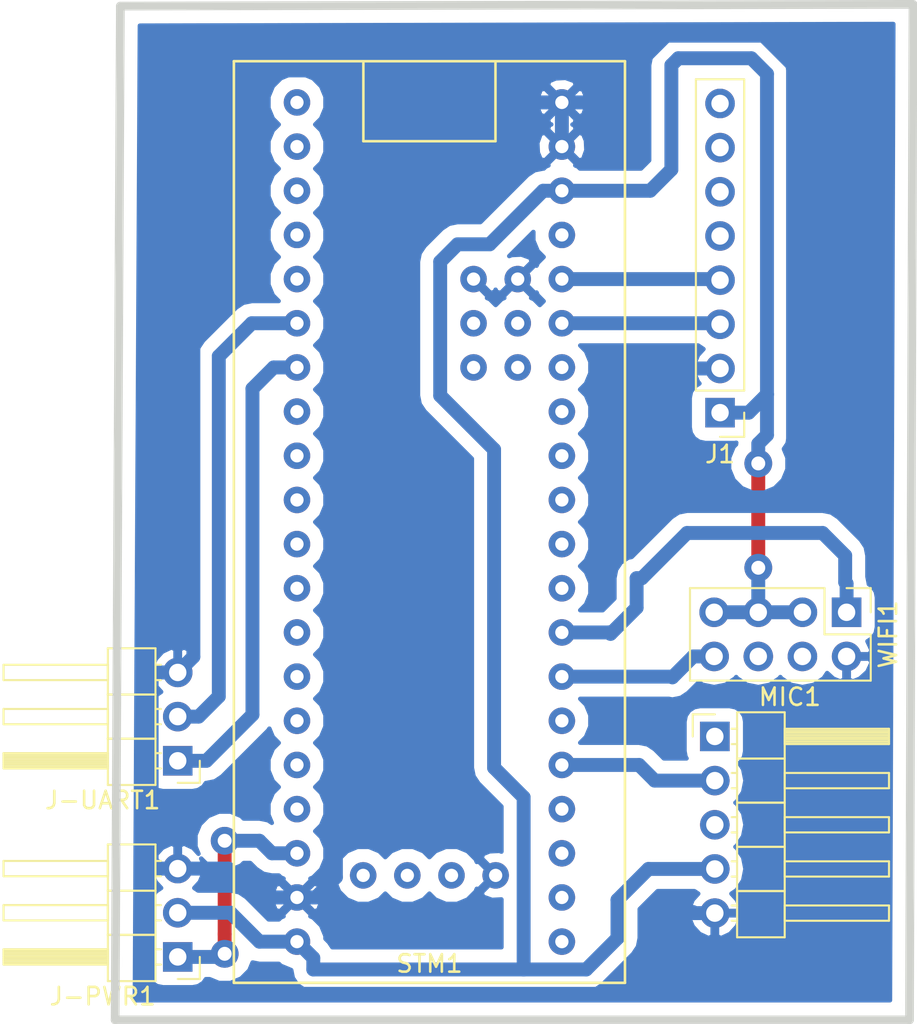
<source format=kicad_pcb>
(kicad_pcb (version 4) (host pcbnew 4.0.6)

  (general
    (links 28)
    (no_connects 12)
    (area 124.349999 62.649999 170.750001 121.550001)
    (thickness 1.6)
    (drawings 4)
    (tracks 131)
    (zones 0)
    (modules 6)
    (nets 48)
  )

  (page A4)
  (layers
    (0 F.Cu signal)
    (31 B.Cu signal)
    (32 B.Adhes user)
    (33 F.Adhes user)
    (34 B.Paste user)
    (35 F.Paste user)
    (36 B.SilkS user)
    (37 F.SilkS user)
    (38 B.Mask user)
    (39 F.Mask user)
    (40 Dwgs.User user)
    (41 Cmts.User user)
    (42 Eco1.User user)
    (43 Eco2.User user)
    (44 Edge.Cuts user)
    (45 Margin user)
    (46 B.CrtYd user)
    (47 F.CrtYd user)
    (48 B.Fab user)
    (49 F.Fab user)
  )

  (setup
    (last_trace_width 0.8)
    (user_trace_width 0.6)
    (user_trace_width 0.8)
    (user_trace_width 1.2)
    (trace_clearance 0.2)
    (zone_clearance 0.508)
    (zone_45_only no)
    (trace_min 0.2)
    (segment_width 0.2)
    (edge_width 0.5)
    (via_size 1.6)
    (via_drill 0.8)
    (via_min_size 0.4)
    (via_min_drill 0.3)
    (uvia_size 0.3)
    (uvia_drill 0.1)
    (uvias_allowed no)
    (uvia_min_size 0.2)
    (uvia_min_drill 0.1)
    (pcb_text_width 0.3)
    (pcb_text_size 1.5 1.5)
    (mod_edge_width 0.15)
    (mod_text_size 1 1)
    (mod_text_width 0.15)
    (pad_size 1.5 1.5)
    (pad_drill 0.6)
    (pad_to_mask_clearance 0)
    (aux_axis_origin 0 0)
    (visible_elements FFFFEF7F)
    (pcbplotparams
      (layerselection 0x00000_80000000)
      (usegerberextensions false)
      (excludeedgelayer false)
      (linewidth 0.100000)
      (plotframeref false)
      (viasonmask true)
      (mode 1)
      (useauxorigin false)
      (hpglpennumber 1)
      (hpglpenspeed 20)
      (hpglpendiameter 15)
      (hpglpenoverlay 2)
      (psnegative false)
      (psa4output false)
      (plotreference true)
      (plotvalue true)
      (plotinvisibletext false)
      (padsonsilk false)
      (subtractmaskfromsilk false)
      (outputformat 4)
      (mirror false)
      (drillshape 2)
      (scaleselection 1)
      (outputdirectory /home/zain/dokumenKIcad/baru1/))
  )

  (net 0 "")
  (net 1 +3V3)
  (net 2 GND)
  (net 3 SCL)
  (net 4 SDA)
  (net 5 +5V)
  (net 6 FT_RX)
  (net 7 FT_TX)
  (net 8 "Net-(MIC1-Pad1)")
  (net 9 MIC)
  (net 10 "Net-(MIC1-Pad3)")
  (net 11 "Net-(STM1-PadPB12)")
  (net 12 "Net-(STM1-PadPB13)")
  (net 13 "Net-(STM1-PadPB14)")
  (net 14 "Net-(STM1-PadPB15)")
  (net 15 "Net-(STM1-PadPA8)")
  (net 16 "Net-(STM1-PadPA11)")
  (net 17 "Net-(STM1-PadPA12)")
  (net 18 "Net-(STM1-PadPA15)")
  (net 19 "Net-(STM1-PadPB3)")
  (net 20 "Net-(STM1-PadPB4)")
  (net 21 "Net-(STM1-PadPB5)")
  (net 22 "Net-(STM1-PadPB6)")
  (net 23 "Net-(STM1-PadPB7)")
  (net 24 "Net-(STM1-PadPB8)")
  (net 25 "Net-(STM1-PadPB9)")
  (net 26 "Net-(STM1-PadVBAT)")
  (net 27 "Net-(STM1-PadPC13)")
  (net 28 "Net-(STM1-PadPC14)")
  (net 29 "Net-(STM1-PadPC15)")
  (net 30 "Net-(STM1-PadPA1)")
  (net 31 RX)
  (net 32 TX)
  (net 33 "Net-(STM1-PadPA4)")
  (net 34 "Net-(STM1-PadPA5)")
  (net 35 "Net-(STM1-PadPA6)")
  (net 36 "Net-(STM1-PadPA7)")
  (net 37 "Net-(STM1-PadPB0)")
  (net 38 "Net-(STM1-PadPB1)")
  (net 39 "Net-(STM1-PadNRST)")
  (net 40 "Net-(STM1-PadBOOT)")
  (net 41 "Net-(STM1-PadPB2)")
  (net 42 "Net-(WIFI1-Pad4)")
  (net 43 "Net-(WIFI1-Pad6)")
  (net 44 "Net-(J1-Pad5)")
  (net 45 "Net-(J1-Pad6)")
  (net 46 "Net-(J1-Pad7)")
  (net 47 "Net-(J1-Pad8)")

  (net_class Default "This is the default net class."
    (clearance 0.2)
    (trace_width 0.25)
    (via_dia 1.6)
    (via_drill 0.8)
    (uvia_dia 0.3)
    (uvia_drill 0.1)
    (add_net +3V3)
    (add_net +5V)
    (add_net FT_RX)
    (add_net FT_TX)
    (add_net GND)
    (add_net MIC)
    (add_net "Net-(J1-Pad5)")
    (add_net "Net-(J1-Pad6)")
    (add_net "Net-(J1-Pad7)")
    (add_net "Net-(J1-Pad8)")
    (add_net "Net-(MIC1-Pad1)")
    (add_net "Net-(MIC1-Pad3)")
    (add_net "Net-(STM1-PadBOOT)")
    (add_net "Net-(STM1-PadNRST)")
    (add_net "Net-(STM1-PadPA1)")
    (add_net "Net-(STM1-PadPA11)")
    (add_net "Net-(STM1-PadPA12)")
    (add_net "Net-(STM1-PadPA15)")
    (add_net "Net-(STM1-PadPA4)")
    (add_net "Net-(STM1-PadPA5)")
    (add_net "Net-(STM1-PadPA6)")
    (add_net "Net-(STM1-PadPA7)")
    (add_net "Net-(STM1-PadPA8)")
    (add_net "Net-(STM1-PadPB0)")
    (add_net "Net-(STM1-PadPB1)")
    (add_net "Net-(STM1-PadPB12)")
    (add_net "Net-(STM1-PadPB13)")
    (add_net "Net-(STM1-PadPB14)")
    (add_net "Net-(STM1-PadPB15)")
    (add_net "Net-(STM1-PadPB2)")
    (add_net "Net-(STM1-PadPB3)")
    (add_net "Net-(STM1-PadPB4)")
    (add_net "Net-(STM1-PadPB5)")
    (add_net "Net-(STM1-PadPB6)")
    (add_net "Net-(STM1-PadPB7)")
    (add_net "Net-(STM1-PadPB8)")
    (add_net "Net-(STM1-PadPB9)")
    (add_net "Net-(STM1-PadPC13)")
    (add_net "Net-(STM1-PadPC14)")
    (add_net "Net-(STM1-PadPC15)")
    (add_net "Net-(STM1-PadVBAT)")
    (add_net "Net-(WIFI1-Pad4)")
    (add_net "Net-(WIFI1-Pad6)")
    (add_net RX)
    (add_net SCL)
    (add_net SDA)
    (add_net TX)
  )

  (module Pin_Headers:Pin_Header_Angled_1x03_Pitch2.54mm (layer F.Cu) (tedit 5862ED52) (tstamp 5C1CA5C5)
    (at 128.2 117.68 180)
    (descr "Through hole angled pin header, 1x03, 2.54mm pitch, 6mm pin length, single row")
    (tags "Through hole angled pin header THT 1x03 2.54mm single row")
    (path /5C1BBF05)
    (fp_text reference J-PWR1 (at 4.315 -2.27 180) (layer F.SilkS)
      (effects (font (size 1 1) (thickness 0.15)))
    )
    (fp_text value CONN_01X03 (at 4.315 7.35 180) (layer F.Fab)
      (effects (font (size 1 1) (thickness 0.15)))
    )
    (fp_line (start 1.4 -1.27) (end 1.4 1.27) (layer F.Fab) (width 0.1))
    (fp_line (start 1.4 1.27) (end 3.9 1.27) (layer F.Fab) (width 0.1))
    (fp_line (start 3.9 1.27) (end 3.9 -1.27) (layer F.Fab) (width 0.1))
    (fp_line (start 3.9 -1.27) (end 1.4 -1.27) (layer F.Fab) (width 0.1))
    (fp_line (start 0 -0.32) (end 0 0.32) (layer F.Fab) (width 0.1))
    (fp_line (start 0 0.32) (end 9.9 0.32) (layer F.Fab) (width 0.1))
    (fp_line (start 9.9 0.32) (end 9.9 -0.32) (layer F.Fab) (width 0.1))
    (fp_line (start 9.9 -0.32) (end 0 -0.32) (layer F.Fab) (width 0.1))
    (fp_line (start 1.4 1.27) (end 1.4 3.81) (layer F.Fab) (width 0.1))
    (fp_line (start 1.4 3.81) (end 3.9 3.81) (layer F.Fab) (width 0.1))
    (fp_line (start 3.9 3.81) (end 3.9 1.27) (layer F.Fab) (width 0.1))
    (fp_line (start 3.9 1.27) (end 1.4 1.27) (layer F.Fab) (width 0.1))
    (fp_line (start 0 2.22) (end 0 2.86) (layer F.Fab) (width 0.1))
    (fp_line (start 0 2.86) (end 9.9 2.86) (layer F.Fab) (width 0.1))
    (fp_line (start 9.9 2.86) (end 9.9 2.22) (layer F.Fab) (width 0.1))
    (fp_line (start 9.9 2.22) (end 0 2.22) (layer F.Fab) (width 0.1))
    (fp_line (start 1.4 3.81) (end 1.4 6.35) (layer F.Fab) (width 0.1))
    (fp_line (start 1.4 6.35) (end 3.9 6.35) (layer F.Fab) (width 0.1))
    (fp_line (start 3.9 6.35) (end 3.9 3.81) (layer F.Fab) (width 0.1))
    (fp_line (start 3.9 3.81) (end 1.4 3.81) (layer F.Fab) (width 0.1))
    (fp_line (start 0 4.76) (end 0 5.4) (layer F.Fab) (width 0.1))
    (fp_line (start 0 5.4) (end 9.9 5.4) (layer F.Fab) (width 0.1))
    (fp_line (start 9.9 5.4) (end 9.9 4.76) (layer F.Fab) (width 0.1))
    (fp_line (start 9.9 4.76) (end 0 4.76) (layer F.Fab) (width 0.1))
    (fp_line (start 1.28 -1.39) (end 1.28 1.27) (layer F.SilkS) (width 0.12))
    (fp_line (start 1.28 1.27) (end 4.02 1.27) (layer F.SilkS) (width 0.12))
    (fp_line (start 4.02 1.27) (end 4.02 -1.39) (layer F.SilkS) (width 0.12))
    (fp_line (start 4.02 -1.39) (end 1.28 -1.39) (layer F.SilkS) (width 0.12))
    (fp_line (start 4.02 -0.44) (end 4.02 0.44) (layer F.SilkS) (width 0.12))
    (fp_line (start 4.02 0.44) (end 10.02 0.44) (layer F.SilkS) (width 0.12))
    (fp_line (start 10.02 0.44) (end 10.02 -0.44) (layer F.SilkS) (width 0.12))
    (fp_line (start 10.02 -0.44) (end 4.02 -0.44) (layer F.SilkS) (width 0.12))
    (fp_line (start 0.97 -0.44) (end 1.28 -0.44) (layer F.SilkS) (width 0.12))
    (fp_line (start 0.97 0.44) (end 1.28 0.44) (layer F.SilkS) (width 0.12))
    (fp_line (start 4.02 -0.32) (end 10.02 -0.32) (layer F.SilkS) (width 0.12))
    (fp_line (start 4.02 -0.2) (end 10.02 -0.2) (layer F.SilkS) (width 0.12))
    (fp_line (start 4.02 -0.08) (end 10.02 -0.08) (layer F.SilkS) (width 0.12))
    (fp_line (start 4.02 0.04) (end 10.02 0.04) (layer F.SilkS) (width 0.12))
    (fp_line (start 4.02 0.16) (end 10.02 0.16) (layer F.SilkS) (width 0.12))
    (fp_line (start 4.02 0.28) (end 10.02 0.28) (layer F.SilkS) (width 0.12))
    (fp_line (start 4.02 0.4) (end 10.02 0.4) (layer F.SilkS) (width 0.12))
    (fp_line (start 1.28 1.27) (end 1.28 3.81) (layer F.SilkS) (width 0.12))
    (fp_line (start 1.28 3.81) (end 4.02 3.81) (layer F.SilkS) (width 0.12))
    (fp_line (start 4.02 3.81) (end 4.02 1.27) (layer F.SilkS) (width 0.12))
    (fp_line (start 4.02 1.27) (end 1.28 1.27) (layer F.SilkS) (width 0.12))
    (fp_line (start 4.02 2.1) (end 4.02 2.98) (layer F.SilkS) (width 0.12))
    (fp_line (start 4.02 2.98) (end 10.02 2.98) (layer F.SilkS) (width 0.12))
    (fp_line (start 10.02 2.98) (end 10.02 2.1) (layer F.SilkS) (width 0.12))
    (fp_line (start 10.02 2.1) (end 4.02 2.1) (layer F.SilkS) (width 0.12))
    (fp_line (start 0.97 2.1) (end 1.28 2.1) (layer F.SilkS) (width 0.12))
    (fp_line (start 0.97 2.98) (end 1.28 2.98) (layer F.SilkS) (width 0.12))
    (fp_line (start 1.28 3.81) (end 1.28 6.47) (layer F.SilkS) (width 0.12))
    (fp_line (start 1.28 6.47) (end 4.02 6.47) (layer F.SilkS) (width 0.12))
    (fp_line (start 4.02 6.47) (end 4.02 3.81) (layer F.SilkS) (width 0.12))
    (fp_line (start 4.02 3.81) (end 1.28 3.81) (layer F.SilkS) (width 0.12))
    (fp_line (start 4.02 4.64) (end 4.02 5.52) (layer F.SilkS) (width 0.12))
    (fp_line (start 4.02 5.52) (end 10.02 5.52) (layer F.SilkS) (width 0.12))
    (fp_line (start 10.02 5.52) (end 10.02 4.64) (layer F.SilkS) (width 0.12))
    (fp_line (start 10.02 4.64) (end 4.02 4.64) (layer F.SilkS) (width 0.12))
    (fp_line (start 0.97 4.64) (end 1.28 4.64) (layer F.SilkS) (width 0.12))
    (fp_line (start 0.97 5.52) (end 1.28 5.52) (layer F.SilkS) (width 0.12))
    (fp_line (start -1.27 0) (end -1.27 -1.27) (layer F.SilkS) (width 0.12))
    (fp_line (start -1.27 -1.27) (end 0 -1.27) (layer F.SilkS) (width 0.12))
    (fp_line (start -1.6 -1.6) (end -1.6 6.6) (layer F.CrtYd) (width 0.05))
    (fp_line (start -1.6 6.6) (end 10.2 6.6) (layer F.CrtYd) (width 0.05))
    (fp_line (start 10.2 6.6) (end 10.2 -1.6) (layer F.CrtYd) (width 0.05))
    (fp_line (start 10.2 -1.6) (end -1.6 -1.6) (layer F.CrtYd) (width 0.05))
    (pad 1 thru_hole rect (at 0 0 180) (size 1.7 1.7) (drill 1) (layers *.Cu *.Mask)
      (net 5 +5V))
    (pad 2 thru_hole oval (at 0 2.54 180) (size 1.7 1.7) (drill 1) (layers *.Cu *.Mask)
      (net 1 +3V3))
    (pad 3 thru_hole oval (at 0 5.08 180) (size 1.7 1.7) (drill 1) (layers *.Cu *.Mask)
      (net 2 GND))
    (model Pin_Headers.3dshapes/Pin_Header_Angled_1x03_Pitch2.54mm.wrl
      (at (xyz 0 -0.1 0))
      (scale (xyz 1 1 1))
      (rotate (xyz 0 0 90))
    )
  )

  (module Pin_Headers:Pin_Header_Angled_1x03_Pitch2.54mm (layer F.Cu) (tedit 5862ED52) (tstamp 5C1CA60F)
    (at 128.2 106.4 180)
    (descr "Through hole angled pin header, 1x03, 2.54mm pitch, 6mm pin length, single row")
    (tags "Through hole angled pin header THT 1x03 2.54mm single row")
    (path /5C1BC12B)
    (fp_text reference J-UART1 (at 4.315 -2.27 180) (layer F.SilkS)
      (effects (font (size 1 1) (thickness 0.15)))
    )
    (fp_text value CONN_01X03 (at 4.315 7.35 180) (layer F.Fab)
      (effects (font (size 1 1) (thickness 0.15)))
    )
    (fp_line (start 1.4 -1.27) (end 1.4 1.27) (layer F.Fab) (width 0.1))
    (fp_line (start 1.4 1.27) (end 3.9 1.27) (layer F.Fab) (width 0.1))
    (fp_line (start 3.9 1.27) (end 3.9 -1.27) (layer F.Fab) (width 0.1))
    (fp_line (start 3.9 -1.27) (end 1.4 -1.27) (layer F.Fab) (width 0.1))
    (fp_line (start 0 -0.32) (end 0 0.32) (layer F.Fab) (width 0.1))
    (fp_line (start 0 0.32) (end 9.9 0.32) (layer F.Fab) (width 0.1))
    (fp_line (start 9.9 0.32) (end 9.9 -0.32) (layer F.Fab) (width 0.1))
    (fp_line (start 9.9 -0.32) (end 0 -0.32) (layer F.Fab) (width 0.1))
    (fp_line (start 1.4 1.27) (end 1.4 3.81) (layer F.Fab) (width 0.1))
    (fp_line (start 1.4 3.81) (end 3.9 3.81) (layer F.Fab) (width 0.1))
    (fp_line (start 3.9 3.81) (end 3.9 1.27) (layer F.Fab) (width 0.1))
    (fp_line (start 3.9 1.27) (end 1.4 1.27) (layer F.Fab) (width 0.1))
    (fp_line (start 0 2.22) (end 0 2.86) (layer F.Fab) (width 0.1))
    (fp_line (start 0 2.86) (end 9.9 2.86) (layer F.Fab) (width 0.1))
    (fp_line (start 9.9 2.86) (end 9.9 2.22) (layer F.Fab) (width 0.1))
    (fp_line (start 9.9 2.22) (end 0 2.22) (layer F.Fab) (width 0.1))
    (fp_line (start 1.4 3.81) (end 1.4 6.35) (layer F.Fab) (width 0.1))
    (fp_line (start 1.4 6.35) (end 3.9 6.35) (layer F.Fab) (width 0.1))
    (fp_line (start 3.9 6.35) (end 3.9 3.81) (layer F.Fab) (width 0.1))
    (fp_line (start 3.9 3.81) (end 1.4 3.81) (layer F.Fab) (width 0.1))
    (fp_line (start 0 4.76) (end 0 5.4) (layer F.Fab) (width 0.1))
    (fp_line (start 0 5.4) (end 9.9 5.4) (layer F.Fab) (width 0.1))
    (fp_line (start 9.9 5.4) (end 9.9 4.76) (layer F.Fab) (width 0.1))
    (fp_line (start 9.9 4.76) (end 0 4.76) (layer F.Fab) (width 0.1))
    (fp_line (start 1.28 -1.39) (end 1.28 1.27) (layer F.SilkS) (width 0.12))
    (fp_line (start 1.28 1.27) (end 4.02 1.27) (layer F.SilkS) (width 0.12))
    (fp_line (start 4.02 1.27) (end 4.02 -1.39) (layer F.SilkS) (width 0.12))
    (fp_line (start 4.02 -1.39) (end 1.28 -1.39) (layer F.SilkS) (width 0.12))
    (fp_line (start 4.02 -0.44) (end 4.02 0.44) (layer F.SilkS) (width 0.12))
    (fp_line (start 4.02 0.44) (end 10.02 0.44) (layer F.SilkS) (width 0.12))
    (fp_line (start 10.02 0.44) (end 10.02 -0.44) (layer F.SilkS) (width 0.12))
    (fp_line (start 10.02 -0.44) (end 4.02 -0.44) (layer F.SilkS) (width 0.12))
    (fp_line (start 0.97 -0.44) (end 1.28 -0.44) (layer F.SilkS) (width 0.12))
    (fp_line (start 0.97 0.44) (end 1.28 0.44) (layer F.SilkS) (width 0.12))
    (fp_line (start 4.02 -0.32) (end 10.02 -0.32) (layer F.SilkS) (width 0.12))
    (fp_line (start 4.02 -0.2) (end 10.02 -0.2) (layer F.SilkS) (width 0.12))
    (fp_line (start 4.02 -0.08) (end 10.02 -0.08) (layer F.SilkS) (width 0.12))
    (fp_line (start 4.02 0.04) (end 10.02 0.04) (layer F.SilkS) (width 0.12))
    (fp_line (start 4.02 0.16) (end 10.02 0.16) (layer F.SilkS) (width 0.12))
    (fp_line (start 4.02 0.28) (end 10.02 0.28) (layer F.SilkS) (width 0.12))
    (fp_line (start 4.02 0.4) (end 10.02 0.4) (layer F.SilkS) (width 0.12))
    (fp_line (start 1.28 1.27) (end 1.28 3.81) (layer F.SilkS) (width 0.12))
    (fp_line (start 1.28 3.81) (end 4.02 3.81) (layer F.SilkS) (width 0.12))
    (fp_line (start 4.02 3.81) (end 4.02 1.27) (layer F.SilkS) (width 0.12))
    (fp_line (start 4.02 1.27) (end 1.28 1.27) (layer F.SilkS) (width 0.12))
    (fp_line (start 4.02 2.1) (end 4.02 2.98) (layer F.SilkS) (width 0.12))
    (fp_line (start 4.02 2.98) (end 10.02 2.98) (layer F.SilkS) (width 0.12))
    (fp_line (start 10.02 2.98) (end 10.02 2.1) (layer F.SilkS) (width 0.12))
    (fp_line (start 10.02 2.1) (end 4.02 2.1) (layer F.SilkS) (width 0.12))
    (fp_line (start 0.97 2.1) (end 1.28 2.1) (layer F.SilkS) (width 0.12))
    (fp_line (start 0.97 2.98) (end 1.28 2.98) (layer F.SilkS) (width 0.12))
    (fp_line (start 1.28 3.81) (end 1.28 6.47) (layer F.SilkS) (width 0.12))
    (fp_line (start 1.28 6.47) (end 4.02 6.47) (layer F.SilkS) (width 0.12))
    (fp_line (start 4.02 6.47) (end 4.02 3.81) (layer F.SilkS) (width 0.12))
    (fp_line (start 4.02 3.81) (end 1.28 3.81) (layer F.SilkS) (width 0.12))
    (fp_line (start 4.02 4.64) (end 4.02 5.52) (layer F.SilkS) (width 0.12))
    (fp_line (start 4.02 5.52) (end 10.02 5.52) (layer F.SilkS) (width 0.12))
    (fp_line (start 10.02 5.52) (end 10.02 4.64) (layer F.SilkS) (width 0.12))
    (fp_line (start 10.02 4.64) (end 4.02 4.64) (layer F.SilkS) (width 0.12))
    (fp_line (start 0.97 4.64) (end 1.28 4.64) (layer F.SilkS) (width 0.12))
    (fp_line (start 0.97 5.52) (end 1.28 5.52) (layer F.SilkS) (width 0.12))
    (fp_line (start -1.27 0) (end -1.27 -1.27) (layer F.SilkS) (width 0.12))
    (fp_line (start -1.27 -1.27) (end 0 -1.27) (layer F.SilkS) (width 0.12))
    (fp_line (start -1.6 -1.6) (end -1.6 6.6) (layer F.CrtYd) (width 0.05))
    (fp_line (start -1.6 6.6) (end 10.2 6.6) (layer F.CrtYd) (width 0.05))
    (fp_line (start 10.2 6.6) (end 10.2 -1.6) (layer F.CrtYd) (width 0.05))
    (fp_line (start 10.2 -1.6) (end -1.6 -1.6) (layer F.CrtYd) (width 0.05))
    (pad 1 thru_hole rect (at 0 0 180) (size 1.7 1.7) (drill 1) (layers *.Cu *.Mask)
      (net 6 FT_RX))
    (pad 2 thru_hole oval (at 0 2.54 180) (size 1.7 1.7) (drill 1) (layers *.Cu *.Mask)
      (net 7 FT_TX))
    (pad 3 thru_hole oval (at 0 5.08 180) (size 1.7 1.7) (drill 1) (layers *.Cu *.Mask)
      (net 2 GND))
    (model Pin_Headers.3dshapes/Pin_Header_Angled_1x03_Pitch2.54mm.wrl
      (at (xyz 0 -0.1 0))
      (scale (xyz 1 1 1))
      (rotate (xyz 0 0 90))
    )
  )

  (module Pin_Headers:Pin_Header_Angled_1x05_Pitch2.54mm (layer F.Cu) (tedit 5862ED52) (tstamp 5C1CA67F)
    (at 159.1 105)
    (descr "Through hole angled pin header, 1x05, 2.54mm pitch, 6mm pin length, single row")
    (tags "Through hole angled pin header THT 1x05 2.54mm single row")
    (path /5C1BA3AD)
    (fp_text reference MIC1 (at 4.315 -2.27) (layer F.SilkS)
      (effects (font (size 1 1) (thickness 0.15)))
    )
    (fp_text value CONN_01X05 (at 4.315 12.43) (layer F.Fab)
      (effects (font (size 1 1) (thickness 0.15)))
    )
    (fp_line (start 1.4 -1.27) (end 1.4 1.27) (layer F.Fab) (width 0.1))
    (fp_line (start 1.4 1.27) (end 3.9 1.27) (layer F.Fab) (width 0.1))
    (fp_line (start 3.9 1.27) (end 3.9 -1.27) (layer F.Fab) (width 0.1))
    (fp_line (start 3.9 -1.27) (end 1.4 -1.27) (layer F.Fab) (width 0.1))
    (fp_line (start 0 -0.32) (end 0 0.32) (layer F.Fab) (width 0.1))
    (fp_line (start 0 0.32) (end 9.9 0.32) (layer F.Fab) (width 0.1))
    (fp_line (start 9.9 0.32) (end 9.9 -0.32) (layer F.Fab) (width 0.1))
    (fp_line (start 9.9 -0.32) (end 0 -0.32) (layer F.Fab) (width 0.1))
    (fp_line (start 1.4 1.27) (end 1.4 3.81) (layer F.Fab) (width 0.1))
    (fp_line (start 1.4 3.81) (end 3.9 3.81) (layer F.Fab) (width 0.1))
    (fp_line (start 3.9 3.81) (end 3.9 1.27) (layer F.Fab) (width 0.1))
    (fp_line (start 3.9 1.27) (end 1.4 1.27) (layer F.Fab) (width 0.1))
    (fp_line (start 0 2.22) (end 0 2.86) (layer F.Fab) (width 0.1))
    (fp_line (start 0 2.86) (end 9.9 2.86) (layer F.Fab) (width 0.1))
    (fp_line (start 9.9 2.86) (end 9.9 2.22) (layer F.Fab) (width 0.1))
    (fp_line (start 9.9 2.22) (end 0 2.22) (layer F.Fab) (width 0.1))
    (fp_line (start 1.4 3.81) (end 1.4 6.35) (layer F.Fab) (width 0.1))
    (fp_line (start 1.4 6.35) (end 3.9 6.35) (layer F.Fab) (width 0.1))
    (fp_line (start 3.9 6.35) (end 3.9 3.81) (layer F.Fab) (width 0.1))
    (fp_line (start 3.9 3.81) (end 1.4 3.81) (layer F.Fab) (width 0.1))
    (fp_line (start 0 4.76) (end 0 5.4) (layer F.Fab) (width 0.1))
    (fp_line (start 0 5.4) (end 9.9 5.4) (layer F.Fab) (width 0.1))
    (fp_line (start 9.9 5.4) (end 9.9 4.76) (layer F.Fab) (width 0.1))
    (fp_line (start 9.9 4.76) (end 0 4.76) (layer F.Fab) (width 0.1))
    (fp_line (start 1.4 6.35) (end 1.4 8.89) (layer F.Fab) (width 0.1))
    (fp_line (start 1.4 8.89) (end 3.9 8.89) (layer F.Fab) (width 0.1))
    (fp_line (start 3.9 8.89) (end 3.9 6.35) (layer F.Fab) (width 0.1))
    (fp_line (start 3.9 6.35) (end 1.4 6.35) (layer F.Fab) (width 0.1))
    (fp_line (start 0 7.3) (end 0 7.94) (layer F.Fab) (width 0.1))
    (fp_line (start 0 7.94) (end 9.9 7.94) (layer F.Fab) (width 0.1))
    (fp_line (start 9.9 7.94) (end 9.9 7.3) (layer F.Fab) (width 0.1))
    (fp_line (start 9.9 7.3) (end 0 7.3) (layer F.Fab) (width 0.1))
    (fp_line (start 1.4 8.89) (end 1.4 11.43) (layer F.Fab) (width 0.1))
    (fp_line (start 1.4 11.43) (end 3.9 11.43) (layer F.Fab) (width 0.1))
    (fp_line (start 3.9 11.43) (end 3.9 8.89) (layer F.Fab) (width 0.1))
    (fp_line (start 3.9 8.89) (end 1.4 8.89) (layer F.Fab) (width 0.1))
    (fp_line (start 0 9.84) (end 0 10.48) (layer F.Fab) (width 0.1))
    (fp_line (start 0 10.48) (end 9.9 10.48) (layer F.Fab) (width 0.1))
    (fp_line (start 9.9 10.48) (end 9.9 9.84) (layer F.Fab) (width 0.1))
    (fp_line (start 9.9 9.84) (end 0 9.84) (layer F.Fab) (width 0.1))
    (fp_line (start 1.28 -1.39) (end 1.28 1.27) (layer F.SilkS) (width 0.12))
    (fp_line (start 1.28 1.27) (end 4.02 1.27) (layer F.SilkS) (width 0.12))
    (fp_line (start 4.02 1.27) (end 4.02 -1.39) (layer F.SilkS) (width 0.12))
    (fp_line (start 4.02 -1.39) (end 1.28 -1.39) (layer F.SilkS) (width 0.12))
    (fp_line (start 4.02 -0.44) (end 4.02 0.44) (layer F.SilkS) (width 0.12))
    (fp_line (start 4.02 0.44) (end 10.02 0.44) (layer F.SilkS) (width 0.12))
    (fp_line (start 10.02 0.44) (end 10.02 -0.44) (layer F.SilkS) (width 0.12))
    (fp_line (start 10.02 -0.44) (end 4.02 -0.44) (layer F.SilkS) (width 0.12))
    (fp_line (start 0.97 -0.44) (end 1.28 -0.44) (layer F.SilkS) (width 0.12))
    (fp_line (start 0.97 0.44) (end 1.28 0.44) (layer F.SilkS) (width 0.12))
    (fp_line (start 4.02 -0.32) (end 10.02 -0.32) (layer F.SilkS) (width 0.12))
    (fp_line (start 4.02 -0.2) (end 10.02 -0.2) (layer F.SilkS) (width 0.12))
    (fp_line (start 4.02 -0.08) (end 10.02 -0.08) (layer F.SilkS) (width 0.12))
    (fp_line (start 4.02 0.04) (end 10.02 0.04) (layer F.SilkS) (width 0.12))
    (fp_line (start 4.02 0.16) (end 10.02 0.16) (layer F.SilkS) (width 0.12))
    (fp_line (start 4.02 0.28) (end 10.02 0.28) (layer F.SilkS) (width 0.12))
    (fp_line (start 4.02 0.4) (end 10.02 0.4) (layer F.SilkS) (width 0.12))
    (fp_line (start 1.28 1.27) (end 1.28 3.81) (layer F.SilkS) (width 0.12))
    (fp_line (start 1.28 3.81) (end 4.02 3.81) (layer F.SilkS) (width 0.12))
    (fp_line (start 4.02 3.81) (end 4.02 1.27) (layer F.SilkS) (width 0.12))
    (fp_line (start 4.02 1.27) (end 1.28 1.27) (layer F.SilkS) (width 0.12))
    (fp_line (start 4.02 2.1) (end 4.02 2.98) (layer F.SilkS) (width 0.12))
    (fp_line (start 4.02 2.98) (end 10.02 2.98) (layer F.SilkS) (width 0.12))
    (fp_line (start 10.02 2.98) (end 10.02 2.1) (layer F.SilkS) (width 0.12))
    (fp_line (start 10.02 2.1) (end 4.02 2.1) (layer F.SilkS) (width 0.12))
    (fp_line (start 0.97 2.1) (end 1.28 2.1) (layer F.SilkS) (width 0.12))
    (fp_line (start 0.97 2.98) (end 1.28 2.98) (layer F.SilkS) (width 0.12))
    (fp_line (start 1.28 3.81) (end 1.28 6.35) (layer F.SilkS) (width 0.12))
    (fp_line (start 1.28 6.35) (end 4.02 6.35) (layer F.SilkS) (width 0.12))
    (fp_line (start 4.02 6.35) (end 4.02 3.81) (layer F.SilkS) (width 0.12))
    (fp_line (start 4.02 3.81) (end 1.28 3.81) (layer F.SilkS) (width 0.12))
    (fp_line (start 4.02 4.64) (end 4.02 5.52) (layer F.SilkS) (width 0.12))
    (fp_line (start 4.02 5.52) (end 10.02 5.52) (layer F.SilkS) (width 0.12))
    (fp_line (start 10.02 5.52) (end 10.02 4.64) (layer F.SilkS) (width 0.12))
    (fp_line (start 10.02 4.64) (end 4.02 4.64) (layer F.SilkS) (width 0.12))
    (fp_line (start 0.97 4.64) (end 1.28 4.64) (layer F.SilkS) (width 0.12))
    (fp_line (start 0.97 5.52) (end 1.28 5.52) (layer F.SilkS) (width 0.12))
    (fp_line (start 1.28 6.35) (end 1.28 8.89) (layer F.SilkS) (width 0.12))
    (fp_line (start 1.28 8.89) (end 4.02 8.89) (layer F.SilkS) (width 0.12))
    (fp_line (start 4.02 8.89) (end 4.02 6.35) (layer F.SilkS) (width 0.12))
    (fp_line (start 4.02 6.35) (end 1.28 6.35) (layer F.SilkS) (width 0.12))
    (fp_line (start 4.02 7.18) (end 4.02 8.06) (layer F.SilkS) (width 0.12))
    (fp_line (start 4.02 8.06) (end 10.02 8.06) (layer F.SilkS) (width 0.12))
    (fp_line (start 10.02 8.06) (end 10.02 7.18) (layer F.SilkS) (width 0.12))
    (fp_line (start 10.02 7.18) (end 4.02 7.18) (layer F.SilkS) (width 0.12))
    (fp_line (start 0.97 7.18) (end 1.28 7.18) (layer F.SilkS) (width 0.12))
    (fp_line (start 0.97 8.06) (end 1.28 8.06) (layer F.SilkS) (width 0.12))
    (fp_line (start 1.28 8.89) (end 1.28 11.55) (layer F.SilkS) (width 0.12))
    (fp_line (start 1.28 11.55) (end 4.02 11.55) (layer F.SilkS) (width 0.12))
    (fp_line (start 4.02 11.55) (end 4.02 8.89) (layer F.SilkS) (width 0.12))
    (fp_line (start 4.02 8.89) (end 1.28 8.89) (layer F.SilkS) (width 0.12))
    (fp_line (start 4.02 9.72) (end 4.02 10.6) (layer F.SilkS) (width 0.12))
    (fp_line (start 4.02 10.6) (end 10.02 10.6) (layer F.SilkS) (width 0.12))
    (fp_line (start 10.02 10.6) (end 10.02 9.72) (layer F.SilkS) (width 0.12))
    (fp_line (start 10.02 9.72) (end 4.02 9.72) (layer F.SilkS) (width 0.12))
    (fp_line (start 0.97 9.72) (end 1.28 9.72) (layer F.SilkS) (width 0.12))
    (fp_line (start 0.97 10.6) (end 1.28 10.6) (layer F.SilkS) (width 0.12))
    (fp_line (start -1.27 0) (end -1.27 -1.27) (layer F.SilkS) (width 0.12))
    (fp_line (start -1.27 -1.27) (end 0 -1.27) (layer F.SilkS) (width 0.12))
    (fp_line (start -1.6 -1.6) (end -1.6 11.7) (layer F.CrtYd) (width 0.05))
    (fp_line (start -1.6 11.7) (end 10.2 11.7) (layer F.CrtYd) (width 0.05))
    (fp_line (start 10.2 11.7) (end 10.2 -1.6) (layer F.CrtYd) (width 0.05))
    (fp_line (start 10.2 -1.6) (end -1.6 -1.6) (layer F.CrtYd) (width 0.05))
    (pad 1 thru_hole rect (at 0 0) (size 1.7 1.7) (drill 1) (layers *.Cu *.Mask)
      (net 8 "Net-(MIC1-Pad1)"))
    (pad 2 thru_hole oval (at 0 2.54) (size 1.7 1.7) (drill 1) (layers *.Cu *.Mask)
      (net 9 MIC))
    (pad 3 thru_hole oval (at 0 5.08) (size 1.7 1.7) (drill 1) (layers *.Cu *.Mask)
      (net 10 "Net-(MIC1-Pad3)"))
    (pad 4 thru_hole oval (at 0 7.62) (size 1.7 1.7) (drill 1) (layers *.Cu *.Mask)
      (net 1 +3V3))
    (pad 5 thru_hole oval (at 0 10.16) (size 1.7 1.7) (drill 1) (layers *.Cu *.Mask)
      (net 2 GND))
    (model Pin_Headers.3dshapes/Pin_Header_Angled_1x05_Pitch2.54mm.wrl
      (at (xyz 0 -0.2 0))
      (scale (xyz 1 1 1))
      (rotate (xyz 0 0 90))
    )
  )

  (module BP:BLUEPILL (layer F.Cu) (tedit 58714A34) (tstamp 5C1CA6BC)
    (at 142.68 92.67)
    (path /5C1B8A76)
    (fp_text reference STM1 (at 0 25.4) (layer F.SilkS)
      (effects (font (size 1 1) (thickness 0.15)))
    )
    (fp_text value BP (at 0 -24.1) (layer F.Fab)
      (effects (font (size 1 1) (thickness 0.15)))
    )
    (fp_line (start -3.8 -26.4) (end -3.8 -21.9) (layer F.SilkS) (width 0.15))
    (fp_line (start -3.8 -21.9) (end 3.8 -21.9) (layer F.SilkS) (width 0.15))
    (fp_line (start 3.8 -21.9) (end 3.8 -26.4) (layer F.SilkS) (width 0.15))
    (fp_line (start -11.25 -26.5) (end 11.25 -26.5) (layer F.SilkS) (width 0.15))
    (fp_line (start 11.25 -26.5) (end 11.25 26.5) (layer F.SilkS) (width 0.15))
    (fp_line (start 11.25 26.5) (end -11.25 26.5) (layer F.SilkS) (width 0.15))
    (fp_line (start -11.25 26.5) (end -11.25 -26.5) (layer F.SilkS) (width 0.15))
    (pad PB12 thru_hole circle (at -7.62 -24.13) (size 1.524 1.524) (drill 0.762) (layers *.Cu *.Mask)
      (net 11 "Net-(STM1-PadPB12)"))
    (pad PB13 thru_hole circle (at -7.62 -21.59) (size 1.524 1.524) (drill 0.762) (layers *.Cu *.Mask)
      (net 12 "Net-(STM1-PadPB13)"))
    (pad PB14 thru_hole circle (at -7.62 -19.05) (size 1.524 1.524) (drill 0.762) (layers *.Cu *.Mask)
      (net 13 "Net-(STM1-PadPB14)"))
    (pad PB15 thru_hole circle (at -7.62 -16.51) (size 1.524 1.524) (drill 0.762) (layers *.Cu *.Mask)
      (net 14 "Net-(STM1-PadPB15)"))
    (pad PA8 thru_hole circle (at -7.62 -13.97) (size 1.524 1.524) (drill 0.762) (layers *.Cu *.Mask)
      (net 15 "Net-(STM1-PadPA8)"))
    (pad PA9 thru_hole circle (at -7.62 -11.43) (size 1.524 1.524) (drill 0.762) (layers *.Cu *.Mask)
      (net 7 FT_TX))
    (pad PA10 thru_hole circle (at -7.62 -8.89) (size 1.524 1.524) (drill 0.762) (layers *.Cu *.Mask)
      (net 6 FT_RX))
    (pad PA11 thru_hole circle (at -7.62 -6.35) (size 1.524 1.524) (drill 0.762) (layers *.Cu *.Mask)
      (net 16 "Net-(STM1-PadPA11)"))
    (pad PA12 thru_hole circle (at -7.62 -3.81) (size 1.524 1.524) (drill 0.762) (layers *.Cu *.Mask)
      (net 17 "Net-(STM1-PadPA12)"))
    (pad PA15 thru_hole circle (at -7.62 -1.27) (size 1.524 1.524) (drill 0.762) (layers *.Cu *.Mask)
      (net 18 "Net-(STM1-PadPA15)"))
    (pad PB3 thru_hole circle (at -7.62 1.27) (size 1.524 1.524) (drill 0.762) (layers *.Cu *.Mask)
      (net 19 "Net-(STM1-PadPB3)"))
    (pad PB4 thru_hole circle (at -7.62 3.81) (size 1.524 1.524) (drill 0.762) (layers *.Cu *.Mask)
      (net 20 "Net-(STM1-PadPB4)"))
    (pad PB5 thru_hole circle (at -7.62 6.35) (size 1.524 1.524) (drill 0.762) (layers *.Cu *.Mask)
      (net 21 "Net-(STM1-PadPB5)"))
    (pad PB6 thru_hole circle (at -7.62 8.89) (size 1.524 1.524) (drill 0.762) (layers *.Cu *.Mask)
      (net 22 "Net-(STM1-PadPB6)"))
    (pad PB7 thru_hole circle (at -7.62 11.43) (size 1.524 1.524) (drill 0.762) (layers *.Cu *.Mask)
      (net 23 "Net-(STM1-PadPB7)"))
    (pad PB8 thru_hole circle (at -7.62 13.97) (size 1.524 1.524) (drill 0.762) (layers *.Cu *.Mask)
      (net 24 "Net-(STM1-PadPB8)"))
    (pad PB9 thru_hole circle (at -7.62 16.51) (size 1.524 1.524) (drill 0.762) (layers *.Cu *.Mask)
      (net 25 "Net-(STM1-PadPB9)"))
    (pad G thru_hole circle (at -7.62 21.59) (size 1.524 1.524) (drill 0.762) (layers *.Cu *.Mask)
      (net 2 GND))
    (pad 3V3 thru_hole circle (at -7.62 24.13) (size 1.524 1.524) (drill 0.762) (layers *.Cu *.Mask)
      (net 1 +3V3))
    (pad VBAT thru_hole circle (at 7.62 24.13) (size 1.524 1.524) (drill 0.762) (layers *.Cu *.Mask)
      (net 26 "Net-(STM1-PadVBAT)"))
    (pad PC13 thru_hole circle (at 7.62 21.59) (size 1.524 1.524) (drill 0.762) (layers *.Cu *.Mask)
      (net 27 "Net-(STM1-PadPC13)"))
    (pad PC14 thru_hole circle (at 7.62 19.05) (size 1.524 1.524) (drill 0.762) (layers *.Cu *.Mask)
      (net 28 "Net-(STM1-PadPC14)"))
    (pad PC15 thru_hole circle (at 7.62 16.51) (size 1.524 1.524) (drill 0.762) (layers *.Cu *.Mask)
      (net 29 "Net-(STM1-PadPC15)"))
    (pad PA0 thru_hole circle (at 7.62 13.97) (size 1.524 1.524) (drill 0.762) (layers *.Cu *.Mask)
      (net 9 MIC))
    (pad PA1 thru_hole circle (at 7.62 11.43) (size 1.524 1.524) (drill 0.762) (layers *.Cu *.Mask)
      (net 30 "Net-(STM1-PadPA1)"))
    (pad PA2 thru_hole circle (at 7.62 8.89) (size 1.524 1.524) (drill 0.762) (layers *.Cu *.Mask)
      (net 31 RX))
    (pad PA3 thru_hole circle (at 7.62 6.35) (size 1.524 1.524) (drill 0.762) (layers *.Cu *.Mask)
      (net 32 TX))
    (pad PA4 thru_hole circle (at 7.62 3.81) (size 1.524 1.524) (drill 0.762) (layers *.Cu *.Mask)
      (net 33 "Net-(STM1-PadPA4)"))
    (pad PA5 thru_hole circle (at 7.62 1.27) (size 1.524 1.524) (drill 0.762) (layers *.Cu *.Mask)
      (net 34 "Net-(STM1-PadPA5)"))
    (pad PA6 thru_hole circle (at 7.62 -1.27) (size 1.524 1.524) (drill 0.762) (layers *.Cu *.Mask)
      (net 35 "Net-(STM1-PadPA6)"))
    (pad PA7 thru_hole circle (at 7.62 -3.81) (size 1.524 1.524) (drill 0.762) (layers *.Cu *.Mask)
      (net 36 "Net-(STM1-PadPA7)"))
    (pad PB0 thru_hole circle (at 7.62 -6.35) (size 1.524 1.524) (drill 0.762) (layers *.Cu *.Mask)
      (net 37 "Net-(STM1-PadPB0)"))
    (pad PB1 thru_hole circle (at 7.62 -8.89) (size 1.524 1.524) (drill 0.762) (layers *.Cu *.Mask)
      (net 38 "Net-(STM1-PadPB1)"))
    (pad PB10 thru_hole circle (at 7.62 -11.43) (size 1.524 1.524) (drill 0.762) (layers *.Cu *.Mask)
      (net 3 SCL))
    (pad PB11 thru_hole circle (at 7.62 -13.97) (size 1.524 1.524) (drill 0.762) (layers *.Cu *.Mask)
      (net 4 SDA))
    (pad NRST thru_hole circle (at 7.62 -16.51) (size 1.524 1.524) (drill 0.762) (layers *.Cu *.Mask)
      (net 39 "Net-(STM1-PadNRST)"))
    (pad 3V3 thru_hole circle (at 7.62 -19.05) (size 1.524 1.524) (drill 0.762) (layers *.Cu *.Mask)
      (net 1 +3V3))
    (pad G thru_hole circle (at 7.62 -21.59) (size 1.524 1.524) (drill 0.762) (layers *.Cu *.Mask)
      (net 2 GND))
    (pad G thru_hole circle (at 7.62 -24.13) (size 1.524 1.524) (drill 0.762) (layers *.Cu *.Mask)
      (net 2 GND))
    (pad 3V3 thru_hole circle (at -3.81 20.32) (size 1.524 1.524) (drill 0.762) (layers *.Cu *.Mask)
      (net 1 +3V3))
    (pad PA13 thru_hole circle (at -1.27 20.32) (size 1.524 1.524) (drill 0.762) (layers *.Cu *.Mask))
    (pad PA14 thru_hole circle (at 1.27 20.32) (size 1.524 1.524) (drill 0.762) (layers *.Cu *.Mask))
    (pad G thru_hole circle (at 3.81 20.32) (size 1.524 1.524) (drill 0.762) (layers *.Cu *.Mask)
      (net 2 GND))
    (pad G thru_hole circle (at 5.08 -13.97) (size 1.524 1.524) (drill 0.762) (layers *.Cu *.Mask)
      (net 2 GND))
    (pad BOOT thru_hole circle (at 5.08 -11.43) (size 1.524 1.524) (drill 0.762) (layers *.Cu *.Mask)
      (net 40 "Net-(STM1-PadBOOT)"))
    (pad 3V3 thru_hole circle (at 5.08 -8.89) (size 1.524 1.524) (drill 0.762) (layers *.Cu *.Mask)
      (net 1 +3V3))
    (pad G thru_hole circle (at 2.54 -13.97) (size 1.524 1.524) (drill 0.762) (layers *.Cu *.Mask)
      (net 2 GND))
    (pad PB2 thru_hole circle (at 2.54 -11.43) (size 1.524 1.524) (drill 0.762) (layers *.Cu *.Mask)
      (net 41 "Net-(STM1-PadPB2)"))
    (pad 3V3 thru_hole circle (at 2.54 -8.89) (size 1.524 1.524) (drill 0.762) (layers *.Cu *.Mask)
      (net 1 +3V3))
    (pad 5V thru_hole circle (at -7.62 19.05) (size 1.524 1.524) (drill 0.762) (layers *.Cu *.Mask)
      (net 5 +5V))
  )

  (module Pin_Headers:Pin_Header_Straight_1x08_Pitch2.54mm (layer F.Cu) (tedit 5862ED52) (tstamp 5C1F5BF1)
    (at 159.4 86.38 180)
    (descr "Through hole straight pin header, 1x08, 2.54mm pitch, single row")
    (tags "Through hole pin header THT 1x08 2.54mm single row")
    (path /5C1CA4F9)
    (fp_text reference J1 (at 0 -2.39 180) (layer F.SilkS)
      (effects (font (size 1 1) (thickness 0.15)))
    )
    (fp_text value CONN_01X08 (at 0 20.17 180) (layer F.Fab)
      (effects (font (size 1 1) (thickness 0.15)))
    )
    (fp_line (start -1.27 -1.27) (end -1.27 19.05) (layer F.Fab) (width 0.1))
    (fp_line (start -1.27 19.05) (end 1.27 19.05) (layer F.Fab) (width 0.1))
    (fp_line (start 1.27 19.05) (end 1.27 -1.27) (layer F.Fab) (width 0.1))
    (fp_line (start 1.27 -1.27) (end -1.27 -1.27) (layer F.Fab) (width 0.1))
    (fp_line (start -1.39 1.27) (end -1.39 19.17) (layer F.SilkS) (width 0.12))
    (fp_line (start -1.39 19.17) (end 1.39 19.17) (layer F.SilkS) (width 0.12))
    (fp_line (start 1.39 19.17) (end 1.39 1.27) (layer F.SilkS) (width 0.12))
    (fp_line (start 1.39 1.27) (end -1.39 1.27) (layer F.SilkS) (width 0.12))
    (fp_line (start -1.39 0) (end -1.39 -1.39) (layer F.SilkS) (width 0.12))
    (fp_line (start -1.39 -1.39) (end 0 -1.39) (layer F.SilkS) (width 0.12))
    (fp_line (start -1.6 -1.6) (end -1.6 19.3) (layer F.CrtYd) (width 0.05))
    (fp_line (start -1.6 19.3) (end 1.6 19.3) (layer F.CrtYd) (width 0.05))
    (fp_line (start 1.6 19.3) (end 1.6 -1.6) (layer F.CrtYd) (width 0.05))
    (fp_line (start 1.6 -1.6) (end -1.6 -1.6) (layer F.CrtYd) (width 0.05))
    (pad 1 thru_hole rect (at 0 0 180) (size 1.7 1.7) (drill 1) (layers *.Cu *.Mask)
      (net 1 +3V3))
    (pad 2 thru_hole oval (at 0 2.54 180) (size 1.7 1.7) (drill 1) (layers *.Cu *.Mask)
      (net 2 GND))
    (pad 3 thru_hole oval (at 0 5.08 180) (size 1.7 1.7) (drill 1) (layers *.Cu *.Mask)
      (net 3 SCL))
    (pad 4 thru_hole oval (at 0 7.62 180) (size 1.7 1.7) (drill 1) (layers *.Cu *.Mask)
      (net 4 SDA))
    (pad 5 thru_hole oval (at 0 10.16 180) (size 1.7 1.7) (drill 1) (layers *.Cu *.Mask)
      (net 44 "Net-(J1-Pad5)"))
    (pad 6 thru_hole oval (at 0 12.7 180) (size 1.7 1.7) (drill 1) (layers *.Cu *.Mask)
      (net 45 "Net-(J1-Pad6)"))
    (pad 7 thru_hole oval (at 0 15.24 180) (size 1.7 1.7) (drill 1) (layers *.Cu *.Mask)
      (net 46 "Net-(J1-Pad7)"))
    (pad 8 thru_hole oval (at 0 17.78 180) (size 1.7 1.7) (drill 1) (layers *.Cu *.Mask)
      (net 47 "Net-(J1-Pad8)"))
    (model Pin_Headers.3dshapes/Pin_Header_Straight_1x08_Pitch2.54mm.wrl
      (at (xyz 0 -0.35 0))
      (scale (xyz 1 1 1))
      (rotate (xyz 0 0 90))
    )
  )

  (module Pin_Headers:Pin_Header_Straight_2x04_Pitch2.54mm (layer F.Cu) (tedit 5862ED53) (tstamp 5C1F6268)
    (at 166.68 97.86 270)
    (descr "Through hole straight pin header, 2x04, 2.54mm pitch, double rows")
    (tags "Through hole pin header THT 2x04 2.54mm double row")
    (path /5C1B8D1A)
    (fp_text reference WIFI1 (at 1.27 -2.39 270) (layer F.SilkS)
      (effects (font (size 1 1) (thickness 0.15)))
    )
    (fp_text value CONN_02X04 (at 1.27 10.01 270) (layer F.Fab)
      (effects (font (size 1 1) (thickness 0.15)))
    )
    (fp_line (start -1.27 -1.27) (end -1.27 8.89) (layer F.Fab) (width 0.1))
    (fp_line (start -1.27 8.89) (end 3.81 8.89) (layer F.Fab) (width 0.1))
    (fp_line (start 3.81 8.89) (end 3.81 -1.27) (layer F.Fab) (width 0.1))
    (fp_line (start 3.81 -1.27) (end -1.27 -1.27) (layer F.Fab) (width 0.1))
    (fp_line (start -1.39 1.27) (end -1.39 9.01) (layer F.SilkS) (width 0.12))
    (fp_line (start -1.39 9.01) (end 3.93 9.01) (layer F.SilkS) (width 0.12))
    (fp_line (start 3.93 9.01) (end 3.93 -1.39) (layer F.SilkS) (width 0.12))
    (fp_line (start 3.93 -1.39) (end 1.27 -1.39) (layer F.SilkS) (width 0.12))
    (fp_line (start 1.27 -1.39) (end 1.27 1.27) (layer F.SilkS) (width 0.12))
    (fp_line (start 1.27 1.27) (end -1.39 1.27) (layer F.SilkS) (width 0.12))
    (fp_line (start -1.39 0) (end -1.39 -1.39) (layer F.SilkS) (width 0.12))
    (fp_line (start -1.39 -1.39) (end 0 -1.39) (layer F.SilkS) (width 0.12))
    (fp_line (start -1.6 -1.6) (end -1.6 9.2) (layer F.CrtYd) (width 0.05))
    (fp_line (start -1.6 9.2) (end 4.1 9.2) (layer F.CrtYd) (width 0.05))
    (fp_line (start 4.1 9.2) (end 4.1 -1.6) (layer F.CrtYd) (width 0.05))
    (fp_line (start 4.1 -1.6) (end -1.6 -1.6) (layer F.CrtYd) (width 0.05))
    (pad 1 thru_hole rect (at 0 0 270) (size 1.7 1.7) (drill 1) (layers *.Cu *.Mask)
      (net 32 TX))
    (pad 2 thru_hole oval (at 2.54 0 270) (size 1.7 1.7) (drill 1) (layers *.Cu *.Mask)
      (net 2 GND))
    (pad 3 thru_hole oval (at 0 2.54 270) (size 1.7 1.7) (drill 1) (layers *.Cu *.Mask)
      (net 1 +3V3))
    (pad 4 thru_hole oval (at 2.54 2.54 270) (size 1.7 1.7) (drill 1) (layers *.Cu *.Mask)
      (net 42 "Net-(WIFI1-Pad4)"))
    (pad 5 thru_hole oval (at 0 5.08 270) (size 1.7 1.7) (drill 1) (layers *.Cu *.Mask)
      (net 1 +3V3))
    (pad 6 thru_hole oval (at 2.54 5.08 270) (size 1.7 1.7) (drill 1) (layers *.Cu *.Mask)
      (net 43 "Net-(WIFI1-Pad6)"))
    (pad 7 thru_hole oval (at 0 7.62 270) (size 1.7 1.7) (drill 1) (layers *.Cu *.Mask)
      (net 1 +3V3))
    (pad 8 thru_hole oval (at 2.54 7.62 270) (size 1.7 1.7) (drill 1) (layers *.Cu *.Mask)
      (net 31 RX))
    (model Pin_Headers.3dshapes/Pin_Header_Straight_2x04_Pitch2.54mm.wrl
      (at (xyz 0.05 -0.15 0))
      (scale (xyz 1 1 1))
      (rotate (xyz 0 0 90))
    )
  )

  (gr_line (start 124.6 121.3) (end 124.9 63) (layer Edge.Cuts) (width 0.5))
  (gr_line (start 170.3 121.3) (end 124.6 121.3) (layer Edge.Cuts) (width 0.5))
  (gr_line (start 170.5 62.9) (end 170.3 121.3) (layer Edge.Cuts) (width 0.5))
  (gr_line (start 124.9 63) (end 170.5 62.9) (layer Edge.Cuts) (width 0.5))

  (segment (start 161.6 89.3) (end 161.6 88.16863) (width 0.8) (layer B.Cu) (net 1))
  (segment (start 161.6 88.16863) (end 162.1 87.66863) (width 0.8) (layer B.Cu) (net 1))
  (segment (start 162.1 87.66863) (end 162.1 85.33) (width 0.8) (layer B.Cu) (net 1))
  (segment (start 161.6 91) (end 161.6 89.3) (width 0.8) (layer F.Cu) (net 1))
  (via (at 161.6 89.3) (size 1.6) (drill 0.8) (layers F.Cu B.Cu) (net 1))
  (segment (start 161.6 91.5) (end 161.6 91) (width 0.8) (layer F.Cu) (net 1))
  (segment (start 161.6 94.16863) (end 161.6 91.5) (width 0.8) (layer F.Cu) (net 1))
  (segment (start 161.6 95.3) (end 161.6 94.16863) (width 0.8) (layer F.Cu) (net 1))
  (segment (start 161.6 96.657919) (end 161.6 95.3) (width 0.8) (layer B.Cu) (net 1))
  (via (at 161.6 95.3) (size 1.6) (drill 0.8) (layers F.Cu B.Cu) (net 1))
  (segment (start 161.6 97.86) (end 161.6 96.657919) (width 0.8) (layer B.Cu) (net 1))
  (segment (start 164.14 97.86) (end 161.6 97.86) (width 0.8) (layer B.Cu) (net 1))
  (segment (start 159.06 97.86) (end 161.6 97.86) (width 0.8) (layer B.Cu) (net 1))
  (segment (start 151.7 118.4) (end 148.1 118.4) (width 0.8) (layer B.Cu) (net 1))
  (segment (start 148.1 118.4) (end 136 118.4) (width 0.8) (layer B.Cu) (net 1))
  (segment (start 150.3 73.62) (end 149.22237 73.62) (width 0.8) (layer B.Cu) (net 1))
  (segment (start 146.4 106.8) (end 148.1 108.5) (width 0.8) (layer B.Cu) (net 1))
  (segment (start 149.22237 73.62) (end 146.14237 76.7) (width 0.8) (layer B.Cu) (net 1))
  (segment (start 146.14237 76.7) (end 144.3 76.7) (width 0.8) (layer B.Cu) (net 1))
  (segment (start 144.3 76.7) (end 143.3 77.7) (width 0.8) (layer B.Cu) (net 1))
  (segment (start 143.3 77.7) (end 143.3 85.4) (width 0.8) (layer B.Cu) (net 1))
  (segment (start 143.3 85.4) (end 146.4 88.5) (width 0.8) (layer B.Cu) (net 1))
  (segment (start 148.1 108.5) (end 148.1 118.4) (width 0.8) (layer B.Cu) (net 1))
  (segment (start 146.4 88.5) (end 146.4 106.8) (width 0.8) (layer B.Cu) (net 1))
  (segment (start 136 118.4) (end 136 117.74) (width 0.8) (layer B.Cu) (net 1))
  (segment (start 136 117.74) (end 135.06 116.8) (width 0.8) (layer B.Cu) (net 1))
  (segment (start 153.5 116.6) (end 151.7 118.4) (width 0.8) (layer B.Cu) (net 1))
  (segment (start 153.5 114.4) (end 153.5 116.6) (width 0.8) (layer B.Cu) (net 1))
  (segment (start 155.28 112.62) (end 153.5 114.4) (width 0.8) (layer B.Cu) (net 1))
  (segment (start 159.1 112.62) (end 155.28 112.62) (width 0.8) (layer B.Cu) (net 1))
  (segment (start 156.6 72.4) (end 155.38 73.62) (width 0.8) (layer B.Cu) (net 1))
  (segment (start 155.38 73.62) (end 150.3 73.62) (width 0.8) (layer B.Cu) (net 1))
  (segment (start 156.6 66.4) (end 156.6 72.4) (width 0.8) (layer B.Cu) (net 1))
  (segment (start 157 66) (end 156.6 66.4) (width 0.8) (layer B.Cu) (net 1))
  (segment (start 161.2 66) (end 157 66) (width 0.8) (layer B.Cu) (net 1))
  (segment (start 162.1 66.9) (end 161.2 66) (width 0.8) (layer B.Cu) (net 1))
  (segment (start 162.1 85.33) (end 162.1 66.9) (width 0.8) (layer B.Cu) (net 1))
  (segment (start 159.4 86.38) (end 161.05 86.38) (width 0.8) (layer B.Cu) (net 1))
  (segment (start 161.05 86.38) (end 162.1 85.33) (width 0.8) (layer B.Cu) (net 1))
  (segment (start 131.24 115.14) (end 132.9 116.8) (width 0.8) (layer B.Cu) (net 1))
  (segment (start 132.9 116.8) (end 135.06 116.8) (width 0.8) (layer B.Cu) (net 1))
  (segment (start 128.2 115.14) (end 131.24 115.14) (width 0.8) (layer B.Cu) (net 1))
  (segment (start 150.3 68.54) (end 154.06 68.54) (width 0.8) (layer B.Cu) (net 2))
  (segment (start 154.9 67.7) (end 154.9 66.1) (width 0.8) (layer B.Cu) (net 2))
  (segment (start 154.06 68.54) (end 154.9 67.7) (width 0.8) (layer B.Cu) (net 2))
  (segment (start 163.6 90.5) (end 162.5 91.6) (width 0.8) (layer B.Cu) (net 2))
  (segment (start 154.9 66.1) (end 156.3 64.7) (width 0.8) (layer B.Cu) (net 2))
  (segment (start 156.3 64.7) (end 161.9 64.7) (width 0.8) (layer B.Cu) (net 2))
  (segment (start 156.8 89.9) (end 156.8 84.5) (width 0.8) (layer B.Cu) (net 2))
  (segment (start 161.9 64.7) (end 163.6 66.4) (width 0.8) (layer B.Cu) (net 2))
  (segment (start 163.6 66.4) (end 163.6 90.5) (width 0.8) (layer B.Cu) (net 2))
  (segment (start 162.5 91.6) (end 158.5 91.6) (width 0.8) (layer B.Cu) (net 2))
  (segment (start 158.5 91.6) (end 156.8 89.9) (width 0.8) (layer B.Cu) (net 2))
  (segment (start 156.8 84.5) (end 157.46 83.84) (width 0.8) (layer B.Cu) (net 2))
  (segment (start 157.46 83.84) (end 159.4 83.84) (width 0.8) (layer B.Cu) (net 2))
  (segment (start 134.1 66.7) (end 137.3 66.7) (width 0.8) (layer B.Cu) (net 2))
  (segment (start 137.3 66.7) (end 147 66.7) (width 0.8) (layer B.Cu) (net 2))
  (segment (start 137.3 113.09763) (end 137.3 66.7) (width 0.8) (layer B.Cu) (net 2))
  (segment (start 135.06 114.26) (end 136.13763 114.26) (width 0.8) (layer B.Cu) (net 2))
  (segment (start 136.13763 114.26) (end 137.3 113.09763) (width 0.8) (layer B.Cu) (net 2))
  (segment (start 126.5 119.3) (end 126.5 112.4) (width 0.8) (layer B.Cu) (net 2))
  (segment (start 126.5 112.4) (end 126.7 112.2) (width 0.8) (layer B.Cu) (net 2))
  (segment (start 127 119.8) (end 126.5 119.3) (width 0.8) (layer B.Cu) (net 2))
  (segment (start 152.7 119.8) (end 127 119.8) (width 0.8) (layer B.Cu) (net 2))
  (segment (start 155.1 117.4) (end 152.7 119.8) (width 0.8) (layer B.Cu) (net 2))
  (segment (start 155.1 115.5) (end 155.1 117.4) (width 0.8) (layer B.Cu) (net 2))
  (segment (start 155.5 115.1) (end 155.1 115.5) (width 0.8) (layer B.Cu) (net 2))
  (segment (start 157.837919 115.1) (end 155.5 115.1) (width 0.8) (layer B.Cu) (net 2))
  (segment (start 159.1 115.16) (end 157.897919 115.16) (width 0.8) (layer B.Cu) (net 2))
  (segment (start 157.897919 115.16) (end 157.837919 115.1) (width 0.8) (layer B.Cu) (net 2))
  (segment (start 128.2 101.32) (end 129.1 100.42) (width 0.8) (layer B.Cu) (net 2))
  (segment (start 129.1 100.42) (end 129.1 81.4) (width 0.8) (layer B.Cu) (net 2))
  (segment (start 129.1 81.4) (end 130.9 79.6) (width 0.8) (layer B.Cu) (net 2))
  (segment (start 148.84 68.54) (end 150.3 68.54) (width 0.8) (layer B.Cu) (net 2))
  (segment (start 130.9 79.6) (end 132.2 79.6) (width 0.8) (layer B.Cu) (net 2))
  (segment (start 132.2 79.6) (end 132.9 78.9) (width 0.8) (layer B.Cu) (net 2))
  (segment (start 132.9 78.9) (end 132.9 67.9) (width 0.8) (layer B.Cu) (net 2))
  (segment (start 132.9 67.9) (end 134.1 66.7) (width 0.8) (layer B.Cu) (net 2))
  (segment (start 147 66.7) (end 148.84 68.54) (width 0.8) (layer B.Cu) (net 2))
  (segment (start 132.76 114.26) (end 131.1 112.6) (width 0.8) (layer B.Cu) (net 2))
  (segment (start 131.1 112.6) (end 128.2 112.6) (width 0.8) (layer B.Cu) (net 2))
  (segment (start 135.06 114.26) (end 132.76 114.26) (width 0.8) (layer B.Cu) (net 2))
  (segment (start 126.9 112.4) (end 126.9 112.502081) (width 0.8) (layer B.Cu) (net 2))
  (segment (start 126.9 112.502081) (end 126.997919 112.6) (width 0.8) (layer B.Cu) (net 2))
  (segment (start 126.997919 112.6) (end 128.2 112.6) (width 0.8) (layer B.Cu) (net 2))
  (segment (start 126.7 112.2) (end 126.9 112.4) (width 0.8) (layer B.Cu) (net 2))
  (segment (start 126.7 101.617919) (end 126.7 112.2) (width 0.8) (layer B.Cu) (net 2))
  (segment (start 128.2 101.32) (end 126.997919 101.32) (width 0.8) (layer B.Cu) (net 2))
  (segment (start 126.997919 101.32) (end 126.7 101.617919) (width 0.8) (layer B.Cu) (net 2))
  (segment (start 150.3 68.54) (end 150.3 71.08) (width 0.8) (layer B.Cu) (net 2))
  (segment (start 150.3 81.24) (end 159.34 81.24) (width 0.8) (layer B.Cu) (net 3))
  (segment (start 159.34 81.24) (end 159.4 81.3) (width 0.8) (layer B.Cu) (net 3))
  (segment (start 150.3 78.7) (end 159.34 78.7) (width 0.8) (layer B.Cu) (net 4))
  (segment (start 159.34 78.7) (end 159.4 78.76) (width 0.8) (layer B.Cu) (net 4))
  (segment (start 133.62 111.72) (end 132.9 111) (width 0.8) (layer B.Cu) (net 5))
  (segment (start 132.9 111) (end 130.9 111) (width 0.8) (layer B.Cu) (net 5))
  (segment (start 135.06 111.72) (end 133.62 111.72) (width 0.8) (layer B.Cu) (net 5))
  (via (at 130.9 111) (size 1.6) (drill 0.8) (layers F.Cu B.Cu) (net 5))
  (segment (start 130.9 116.36863) (end 130.9 111) (width 0.8) (layer F.Cu) (net 5))
  (segment (start 130.9 117.5) (end 130.9 116.36863) (width 0.8) (layer F.Cu) (net 5))
  (segment (start 128.2 117.68) (end 130.72 117.68) (width 0.8) (layer B.Cu) (net 5))
  (segment (start 130.72 117.68) (end 130.9 117.5) (width 0.8) (layer B.Cu) (net 5))
  (via (at 130.9 117.5) (size 1.6) (drill 0.8) (layers F.Cu B.Cu) (net 5))
  (segment (start 132.5 85) (end 133.72 83.78) (width 0.8) (layer B.Cu) (net 6))
  (segment (start 133.72 83.78) (end 135.06 83.78) (width 0.8) (layer B.Cu) (net 6))
  (segment (start 132.5 103.75) (end 132.5 85) (width 0.8) (layer B.Cu) (net 6))
  (segment (start 128.2 106.4) (end 129.85 106.4) (width 0.8) (layer B.Cu) (net 6))
  (segment (start 129.85 106.4) (end 132.5 103.75) (width 0.8) (layer B.Cu) (net 6))
  (segment (start 130.562081 83.137919) (end 132.46 81.24) (width 0.8) (layer B.Cu) (net 7))
  (segment (start 132.46 81.24) (end 135.06 81.24) (width 0.8) (layer B.Cu) (net 7))
  (segment (start 130.562081 102.7) (end 130.562081 83.137919) (width 0.8) (layer B.Cu) (net 7))
  (segment (start 128.2 103.86) (end 129.402081 103.86) (width 0.8) (layer B.Cu) (net 7))
  (segment (start 129.402081 103.86) (end 130.562081 102.7) (width 0.8) (layer B.Cu) (net 7))
  (segment (start 159.1 107.54) (end 155.64 107.54) (width 0.8) (layer B.Cu) (net 9))
  (segment (start 155.64 107.54) (end 154.74 106.64) (width 0.8) (layer B.Cu) (net 9))
  (segment (start 154.74 106.64) (end 150.3 106.64) (width 0.8) (layer B.Cu) (net 9))
  (segment (start 156.657919 101.6) (end 156.617919 101.56) (width 0.8) (layer B.Cu) (net 31))
  (segment (start 156.617919 101.56) (end 150.3 101.56) (width 0.8) (layer B.Cu) (net 31))
  (segment (start 159.06 100.4) (end 157.857919 100.4) (width 0.8) (layer B.Cu) (net 31))
  (segment (start 157.857919 100.4) (end 156.657919 101.6) (width 0.8) (layer B.Cu) (net 31))
  (segment (start 157.5 93.3) (end 154.9 95.9) (width 0.8) (layer B.Cu) (net 32))
  (segment (start 154.9 95.9) (end 154.6 95.9) (width 0.8) (layer B.Cu) (net 32))
  (segment (start 165.3 93.3) (end 157.5 93.3) (width 0.8) (layer B.Cu) (net 32))
  (segment (start 166.6 94.6) (end 165.3 93.3) (width 0.8) (layer B.Cu) (net 32))
  (segment (start 166.6 96.13) (end 166.6 94.6) (width 0.8) (layer B.Cu) (net 32))
  (segment (start 166.68 97.86) (end 166.68 96.21) (width 0.8) (layer B.Cu) (net 32))
  (segment (start 166.68 96.21) (end 166.6 96.13) (width 0.8) (layer B.Cu) (net 32))
  (segment (start 154.6 95.9) (end 154.6 97.6) (width 0.8) (layer B.Cu) (net 32))
  (segment (start 154.6 97.6) (end 153.1 99.1) (width 0.8) (layer B.Cu) (net 32))
  (segment (start 153.1 99.1) (end 153.02 99.02) (width 0.8) (layer B.Cu) (net 32))
  (segment (start 153.02 99.02) (end 150.3 99.02) (width 0.8) (layer B.Cu) (net 32))

  (zone (net 2) (net_name GND) (layer B.Cu) (tstamp 0) (hatch edge 0.508)
    (connect_pads (clearance 0.75))
    (min_thickness 0.254)
    (fill yes (arc_segments 16) (thermal_gap 0.508) (thermal_bridge_width 0.508))
    (polygon
      (pts
        (xy 124.9 63) (xy 170.4 62.9) (xy 170.2 121.4) (xy 124.7 121.3)
      )
    )
    (filled_polygon
      (pts
        (xy 169.176853 120.173) (xy 125.732814 120.173) (xy 125.758712 115.14) (xy 126.439166 115.14) (xy 126.570626 115.800894)
        (xy 126.79887 116.142484) (xy 126.726514 116.189044) (xy 126.526268 116.482114) (xy 126.455819 116.83) (xy 126.455819 118.53)
        (xy 126.516971 118.854997) (xy 126.709044 119.153486) (xy 127.002114 119.353732) (xy 127.35 119.424181) (xy 129.05 119.424181)
        (xy 129.374997 119.363029) (xy 129.673486 119.170956) (xy 129.819676 118.957) (xy 130.035846 118.957) (xy 130.564961 119.176708)
        (xy 131.232112 119.17729) (xy 131.848703 118.92252) (xy 132.320862 118.451184) (xy 132.508567 117.99914) (xy 132.9 118.077)
        (xy 134.018898 118.077) (xy 134.130369 118.188666) (xy 134.730534 118.437877) (xy 134.820206 118.888687) (xy 135.097025 119.302975)
        (xy 135.511313 119.579794) (xy 136 119.677) (xy 151.7 119.677) (xy 152.188687 119.579794) (xy 152.602975 119.302975)
        (xy 154.402975 117.502976) (xy 154.679794 117.088687) (xy 154.72389 116.867) (xy 154.777 116.6) (xy 154.777 115.51689)
        (xy 157.658524 115.51689) (xy 157.828355 115.926924) (xy 158.218642 116.355183) (xy 158.743108 116.601486) (xy 158.973 116.480819)
        (xy 158.973 115.287) (xy 159.227 115.287) (xy 159.227 116.480819) (xy 159.456892 116.601486) (xy 159.981358 116.355183)
        (xy 160.371645 115.926924) (xy 160.541476 115.51689) (xy 160.420155 115.287) (xy 159.227 115.287) (xy 158.973 115.287)
        (xy 157.779845 115.287) (xy 157.658524 115.51689) (xy 154.777 115.51689) (xy 154.777 114.92895) (xy 155.80895 113.897)
        (xy 157.928544 113.897) (xy 158.147261 114.043143) (xy 157.828355 114.393076) (xy 157.658524 114.80311) (xy 157.779845 115.033)
        (xy 158.973 115.033) (xy 158.973 115.013) (xy 159.227 115.013) (xy 159.227 115.033) (xy 160.420155 115.033)
        (xy 160.541476 114.80311) (xy 160.371645 114.393076) (xy 160.052739 114.043143) (xy 160.355007 113.841173) (xy 160.729374 113.280894)
        (xy 160.860834 112.62) (xy 160.729374 111.959106) (xy 160.355007 111.398827) (xy 160.281932 111.35) (xy 160.355007 111.301173)
        (xy 160.729374 110.740894) (xy 160.860834 110.08) (xy 160.729374 109.419106) (xy 160.355007 108.858827) (xy 160.281932 108.81)
        (xy 160.355007 108.761173) (xy 160.729374 108.200894) (xy 160.860834 107.54) (xy 160.729374 106.879106) (xy 160.50113 106.537516)
        (xy 160.573486 106.490956) (xy 160.773732 106.197886) (xy 160.844181 105.85) (xy 160.844181 104.15) (xy 160.783029 103.825003)
        (xy 160.590956 103.526514) (xy 160.297886 103.326268) (xy 159.95 103.255819) (xy 158.25 103.255819) (xy 157.925003 103.316971)
        (xy 157.626514 103.509044) (xy 157.426268 103.802114) (xy 157.355819 104.15) (xy 157.355819 105.85) (xy 157.416971 106.174997)
        (xy 157.4736 106.263) (xy 156.168951 106.263) (xy 155.642975 105.737025) (xy 155.606711 105.712794) (xy 155.228687 105.460206)
        (xy 154.74 105.363) (xy 151.354715 105.363) (xy 151.688666 105.029631) (xy 151.938715 104.427448) (xy 151.939284 103.775413)
        (xy 151.690287 103.172794) (xy 151.355078 102.837) (xy 156.456824 102.837) (xy 156.657919 102.877) (xy 157.146606 102.779795)
        (xy 157.560895 102.502976) (xy 157.560899 102.50297) (xy 158.180538 101.883331) (xy 158.399106 102.029374) (xy 159.06 102.160834)
        (xy 159.720894 102.029374) (xy 160.281173 101.655007) (xy 160.33 101.581932) (xy 160.378827 101.655007) (xy 160.939106 102.029374)
        (xy 161.6 102.160834) (xy 162.260894 102.029374) (xy 162.821173 101.655007) (xy 162.87 101.581932) (xy 162.918827 101.655007)
        (xy 163.479106 102.029374) (xy 164.14 102.160834) (xy 164.800894 102.029374) (xy 165.361173 101.655007) (xy 165.563143 101.352739)
        (xy 165.913076 101.671645) (xy 166.32311 101.841476) (xy 166.553 101.720155) (xy 166.553 100.527) (xy 166.807 100.527)
        (xy 166.807 101.720155) (xy 167.03689 101.841476) (xy 167.446924 101.671645) (xy 167.875183 101.281358) (xy 168.121486 100.756892)
        (xy 168.000819 100.527) (xy 166.807 100.527) (xy 166.553 100.527) (xy 166.533 100.527) (xy 166.533 100.273)
        (xy 166.553 100.273) (xy 166.553 100.253) (xy 166.807 100.253) (xy 166.807 100.273) (xy 168.000819 100.273)
        (xy 168.121486 100.043108) (xy 167.879293 99.527395) (xy 168.153486 99.350956) (xy 168.353732 99.057886) (xy 168.424181 98.71)
        (xy 168.424181 97.01) (xy 168.363029 96.685003) (xy 168.170956 96.386514) (xy 167.957 96.240324) (xy 167.957 96.21)
        (xy 167.877 95.807813) (xy 167.877 94.6) (xy 167.779794 94.111313) (xy 167.668916 93.945373) (xy 167.502976 93.697025)
        (xy 166.202975 92.397025) (xy 166.102113 92.329631) (xy 165.788687 92.120206) (xy 165.3 92.023) (xy 157.5 92.023)
        (xy 157.011313 92.120206) (xy 156.597024 92.397025) (xy 154.314201 94.679849) (xy 154.111313 94.720206) (xy 153.697025 94.997025)
        (xy 153.420206 95.411313) (xy 153.323 95.9) (xy 153.323 97.071049) (xy 152.65105 97.743) (xy 151.354715 97.743)
        (xy 151.688666 97.409631) (xy 151.938715 96.807448) (xy 151.939284 96.155413) (xy 151.690287 95.552794) (xy 151.347897 95.209806)
        (xy 151.688666 94.869631) (xy 151.938715 94.267448) (xy 151.939284 93.615413) (xy 151.690287 93.012794) (xy 151.347897 92.669806)
        (xy 151.688666 92.329631) (xy 151.938715 91.727448) (xy 151.939284 91.075413) (xy 151.690287 90.472794) (xy 151.347897 90.129806)
        (xy 151.688666 89.789631) (xy 151.938715 89.187448) (xy 151.939284 88.535413) (xy 151.690287 87.932794) (xy 151.347897 87.589806)
        (xy 151.688666 87.249631) (xy 151.938715 86.647448) (xy 151.939284 85.995413) (xy 151.690287 85.392794) (xy 151.347897 85.049806)
        (xy 151.688666 84.709631) (xy 151.938715 84.107448) (xy 151.939284 83.455413) (xy 151.690287 82.852794) (xy 151.355078 82.517)
        (xy 158.142205 82.517) (xy 158.144993 82.521173) (xy 158.447261 82.723143) (xy 158.128355 83.073076) (xy 157.958524 83.48311)
        (xy 158.079845 83.713) (xy 159.273 83.713) (xy 159.273 83.693) (xy 159.527 83.693) (xy 159.527 83.713)
        (xy 159.547 83.713) (xy 159.547 83.967) (xy 159.527 83.967) (xy 159.527 83.987) (xy 159.273 83.987)
        (xy 159.273 83.967) (xy 158.079845 83.967) (xy 157.958524 84.19689) (xy 158.128355 84.606924) (xy 158.215809 84.702887)
        (xy 157.926514 84.889044) (xy 157.726268 85.182114) (xy 157.655819 85.53) (xy 157.655819 87.23) (xy 157.716971 87.554997)
        (xy 157.909044 87.853486) (xy 158.202114 88.053732) (xy 158.55 88.124181) (xy 160.25 88.124181) (xy 160.335024 88.108183)
        (xy 160.323 88.16863) (xy 160.323 88.205205) (xy 160.179138 88.348816) (xy 159.923292 88.964961) (xy 159.92271 89.632112)
        (xy 160.17748 90.248703) (xy 160.648816 90.720862) (xy 161.264961 90.976708) (xy 161.932112 90.97729) (xy 162.548703 90.72252)
        (xy 163.020862 90.251184) (xy 163.276708 89.635039) (xy 163.27729 88.967888) (xy 163.071299 88.469352) (xy 163.168916 88.323257)
        (xy 163.279794 88.157317) (xy 163.377 87.66863) (xy 163.377 66.9) (xy 163.279794 66.411313) (xy 163.004963 66)
        (xy 163.002975 65.997024) (xy 162.102975 65.097025) (xy 161.688687 64.820206) (xy 161.2 64.723) (xy 157 64.723)
        (xy 156.511313 64.820206) (xy 156.097024 65.097025) (xy 155.697025 65.497025) (xy 155.420206 65.911313) (xy 155.323 66.4)
        (xy 155.323 71.871049) (xy 154.85105 72.343) (xy 151.341102 72.343) (xy 151.229631 72.231334) (xy 151.070481 72.165249)
        (xy 151.100608 72.060213) (xy 150.3 71.259605) (xy 149.499392 72.060213) (xy 149.529444 72.164987) (xy 149.372794 72.229713)
        (xy 149.259309 72.343) (xy 149.22237 72.343) (xy 148.733683 72.440206) (xy 148.567743 72.551084) (xy 148.319395 72.717024)
        (xy 145.61342 75.423) (xy 144.3 75.423) (xy 143.811314 75.520205) (xy 143.397025 75.797024) (xy 142.397025 76.797025)
        (xy 142.120206 77.211313) (xy 142.023 77.7) (xy 142.023 85.4) (xy 142.120206 85.888687) (xy 142.350253 86.232976)
        (xy 142.397025 86.302975) (xy 145.123 89.02895) (xy 145.123 106.8) (xy 145.220206 107.288687) (xy 145.388607 107.540716)
        (xy 145.497025 107.702975) (xy 146.823 109.02895) (xy 146.823 111.625559) (xy 146.697698 111.580856) (xy 146.142632 111.608638)
        (xy 145.758857 111.767603) (xy 145.689392 112.009787) (xy 146.49 112.810395) (xy 146.504143 112.796253) (xy 146.683748 112.975858)
        (xy 146.669605 112.99) (xy 146.683748 113.004143) (xy 146.504143 113.183748) (xy 146.49 113.169605) (xy 145.689392 113.970213)
        (xy 145.758857 114.212397) (xy 146.282302 114.399144) (xy 146.823 114.372081) (xy 146.823 117.123) (xy 137.094058 117.123)
        (xy 137.068916 117.085373) (xy 136.902976 116.837025) (xy 136.699146 116.633196) (xy 136.699284 116.475413) (xy 136.450287 115.872794)
        (xy 135.989631 115.411334) (xy 135.830481 115.345249) (xy 135.860608 115.240213) (xy 135.06 114.439605) (xy 134.259392 115.240213)
        (xy 134.289444 115.344987) (xy 134.132794 115.409713) (xy 134.019309 115.523) (xy 133.428951 115.523) (xy 132.142975 114.237025)
        (xy 131.908562 114.080395) (xy 131.866518 114.052302) (xy 133.650856 114.052302) (xy 133.678638 114.607368) (xy 133.837603 114.991143)
        (xy 134.079787 115.060608) (xy 134.880395 114.26) (xy 135.239605 114.26) (xy 136.040213 115.060608) (xy 136.282397 114.991143)
        (xy 136.469144 114.467698) (xy 136.441362 113.912632) (xy 136.282397 113.528857) (xy 136.040213 113.459392) (xy 135.239605 114.26)
        (xy 134.880395 114.26) (xy 134.079787 113.459392) (xy 133.837603 113.528857) (xy 133.650856 114.052302) (xy 131.866518 114.052302)
        (xy 131.728687 113.960206) (xy 131.24 113.863) (xy 129.371456 113.863) (xy 129.152739 113.716857) (xy 129.471645 113.366924)
        (xy 129.641476 112.95689) (xy 129.520155 112.727) (xy 128.327 112.727) (xy 128.327 112.747) (xy 128.073 112.747)
        (xy 128.073 112.727) (xy 126.879845 112.727) (xy 126.758524 112.95689) (xy 126.928355 113.366924) (xy 127.247261 113.716857)
        (xy 126.944993 113.918827) (xy 126.570626 114.479106) (xy 126.439166 115.14) (xy 125.758712 115.14) (xy 125.773618 112.24311)
        (xy 126.758524 112.24311) (xy 126.879845 112.473) (xy 128.073 112.473) (xy 128.073 111.279181) (xy 127.843108 111.158514)
        (xy 127.318642 111.404817) (xy 126.928355 111.833076) (xy 126.758524 112.24311) (xy 125.773618 112.24311) (xy 125.816756 103.86)
        (xy 126.439166 103.86) (xy 126.570626 104.520894) (xy 126.79887 104.862484) (xy 126.726514 104.909044) (xy 126.526268 105.202114)
        (xy 126.455819 105.55) (xy 126.455819 107.25) (xy 126.516971 107.574997) (xy 126.709044 107.873486) (xy 127.002114 108.073732)
        (xy 127.35 108.144181) (xy 129.05 108.144181) (xy 129.374997 108.083029) (xy 129.673486 107.890956) (xy 129.819676 107.677)
        (xy 129.85 107.677) (xy 130.338687 107.579794) (xy 130.752975 107.302975) (xy 133.402975 104.652975) (xy 133.472247 104.549302)
        (xy 133.669713 105.027206) (xy 134.012103 105.370194) (xy 133.671334 105.710369) (xy 133.421285 106.312552) (xy 133.420716 106.964587)
        (xy 133.669713 107.567206) (xy 134.012103 107.910194) (xy 133.671334 108.250369) (xy 133.421285 108.852552) (xy 133.420716 109.504587)
        (xy 133.613078 109.97014) (xy 133.388687 109.820206) (xy 132.9 109.723) (xy 131.994795 109.723) (xy 131.851184 109.579138)
        (xy 131.235039 109.323292) (xy 130.567888 109.32271) (xy 129.951297 109.57748) (xy 129.479138 110.048816) (xy 129.223292 110.664961)
        (xy 129.22271 111.332112) (xy 129.394915 111.748881) (xy 129.081358 111.404817) (xy 128.556892 111.158514) (xy 128.327 111.279181)
        (xy 128.327 112.473) (xy 129.520155 112.473) (xy 129.641476 112.24311) (xy 129.54936 112.020709) (xy 129.948816 112.420862)
        (xy 130.564961 112.676708) (xy 131.232112 112.67729) (xy 131.848703 112.42252) (xy 131.994477 112.277) (xy 132.371049 112.277)
        (xy 132.717025 112.622976) (xy 132.872709 112.727) (xy 133.131313 112.899794) (xy 133.62 112.997) (xy 134.018898 112.997)
        (xy 134.130369 113.108666) (xy 134.289519 113.174751) (xy 134.259392 113.279787) (xy 135.06 114.080395) (xy 135.825808 113.314587)
        (xy 137.230716 113.314587) (xy 137.479713 113.917206) (xy 137.940369 114.378666) (xy 138.542552 114.628715) (xy 139.194587 114.629284)
        (xy 139.797206 114.380287) (xy 140.140194 114.037897) (xy 140.480369 114.378666) (xy 141.082552 114.628715) (xy 141.734587 114.629284)
        (xy 142.337206 114.380287) (xy 142.680194 114.037897) (xy 143.020369 114.378666) (xy 143.622552 114.628715) (xy 144.274587 114.629284)
        (xy 144.877206 114.380287) (xy 145.338666 113.919631) (xy 145.404751 113.760481) (xy 145.509787 113.790608) (xy 146.310395 112.99)
        (xy 145.509787 112.189392) (xy 145.405013 112.219444) (xy 145.340287 112.062794) (xy 144.879631 111.601334) (xy 144.277448 111.351285)
        (xy 143.625413 111.350716) (xy 143.022794 111.599713) (xy 142.679806 111.942103) (xy 142.339631 111.601334) (xy 141.737448 111.351285)
        (xy 141.085413 111.350716) (xy 140.482794 111.599713) (xy 140.139806 111.942103) (xy 139.799631 111.601334) (xy 139.197448 111.351285)
        (xy 138.545413 111.350716) (xy 137.942794 111.599713) (xy 137.481334 112.060369) (xy 137.231285 112.662552) (xy 137.230716 113.314587)
        (xy 135.825808 113.314587) (xy 135.860608 113.279787) (xy 135.830556 113.175013) (xy 135.987206 113.110287) (xy 136.448666 112.649631)
        (xy 136.698715 112.047448) (xy 136.699284 111.395413) (xy 136.450287 110.792794) (xy 136.107897 110.449806) (xy 136.448666 110.109631)
        (xy 136.698715 109.507448) (xy 136.699284 108.855413) (xy 136.450287 108.252794) (xy 136.107897 107.909806) (xy 136.448666 107.569631)
        (xy 136.698715 106.967448) (xy 136.699284 106.315413) (xy 136.450287 105.712794) (xy 136.107897 105.369806) (xy 136.448666 105.029631)
        (xy 136.698715 104.427448) (xy 136.699284 103.775413) (xy 136.450287 103.172794) (xy 136.107897 102.829806) (xy 136.448666 102.489631)
        (xy 136.698715 101.887448) (xy 136.699284 101.235413) (xy 136.450287 100.632794) (xy 136.107897 100.289806) (xy 136.448666 99.949631)
        (xy 136.698715 99.347448) (xy 136.699284 98.695413) (xy 136.450287 98.092794) (xy 136.107897 97.749806) (xy 136.448666 97.409631)
        (xy 136.698715 96.807448) (xy 136.699284 96.155413) (xy 136.450287 95.552794) (xy 136.107897 95.209806) (xy 136.448666 94.869631)
        (xy 136.698715 94.267448) (xy 136.699284 93.615413) (xy 136.450287 93.012794) (xy 136.107897 92.669806) (xy 136.448666 92.329631)
        (xy 136.698715 91.727448) (xy 136.699284 91.075413) (xy 136.450287 90.472794) (xy 136.107897 90.129806) (xy 136.448666 89.789631)
        (xy 136.698715 89.187448) (xy 136.699284 88.535413) (xy 136.450287 87.932794) (xy 136.107897 87.589806) (xy 136.448666 87.249631)
        (xy 136.698715 86.647448) (xy 136.699284 85.995413) (xy 136.450287 85.392794) (xy 136.107897 85.049806) (xy 136.448666 84.709631)
        (xy 136.698715 84.107448) (xy 136.699284 83.455413) (xy 136.450287 82.852794) (xy 136.107897 82.509806) (xy 136.448666 82.169631)
        (xy 136.698715 81.567448) (xy 136.699284 80.915413) (xy 136.450287 80.312794) (xy 136.107897 79.969806) (xy 136.448666 79.629631)
        (xy 136.698715 79.027448) (xy 136.699284 78.375413) (xy 136.450287 77.772794) (xy 136.107897 77.429806) (xy 136.448666 77.089631)
        (xy 136.698715 76.487448) (xy 136.699284 75.835413) (xy 136.450287 75.232794) (xy 136.107897 74.889806) (xy 136.448666 74.549631)
        (xy 136.698715 73.947448) (xy 136.699284 73.295413) (xy 136.450287 72.692794) (xy 136.107897 72.349806) (xy 136.448666 72.009631)
        (xy 136.698715 71.407448) (xy 136.699181 70.872302) (xy 148.890856 70.872302) (xy 148.918638 71.427368) (xy 149.077603 71.811143)
        (xy 149.319787 71.880608) (xy 150.120395 71.08) (xy 150.479605 71.08) (xy 151.280213 71.880608) (xy 151.522397 71.811143)
        (xy 151.709144 71.287698) (xy 151.681362 70.732632) (xy 151.522397 70.348857) (xy 151.280213 70.279392) (xy 150.479605 71.08)
        (xy 150.120395 71.08) (xy 149.319787 70.279392) (xy 149.077603 70.348857) (xy 148.890856 70.872302) (xy 136.699181 70.872302)
        (xy 136.699284 70.755413) (xy 136.450287 70.152794) (xy 136.107897 69.809806) (xy 136.397995 69.520213) (xy 149.499392 69.520213)
        (xy 149.568857 69.762397) (xy 149.692344 69.806453) (xy 149.568857 69.857603) (xy 149.499392 70.099787) (xy 150.3 70.900395)
        (xy 151.100608 70.099787) (xy 151.031143 69.857603) (xy 150.907656 69.813547) (xy 151.031143 69.762397) (xy 151.100608 69.520213)
        (xy 150.3 68.719605) (xy 149.499392 69.520213) (xy 136.397995 69.520213) (xy 136.448666 69.469631) (xy 136.698715 68.867448)
        (xy 136.699181 68.332302) (xy 148.890856 68.332302) (xy 148.918638 68.887368) (xy 149.077603 69.271143) (xy 149.319787 69.340608)
        (xy 150.120395 68.54) (xy 150.479605 68.54) (xy 151.280213 69.340608) (xy 151.522397 69.271143) (xy 151.709144 68.747698)
        (xy 151.681362 68.192632) (xy 151.522397 67.808857) (xy 151.280213 67.739392) (xy 150.479605 68.54) (xy 150.120395 68.54)
        (xy 149.319787 67.739392) (xy 149.077603 67.808857) (xy 148.890856 68.332302) (xy 136.699181 68.332302) (xy 136.699284 68.215413)
        (xy 136.450287 67.612794) (xy 136.397373 67.559787) (xy 149.499392 67.559787) (xy 150.3 68.360395) (xy 151.100608 67.559787)
        (xy 151.031143 67.317603) (xy 150.507698 67.130856) (xy 149.952632 67.158638) (xy 149.568857 67.317603) (xy 149.499392 67.559787)
        (xy 136.397373 67.559787) (xy 135.989631 67.151334) (xy 135.387448 66.901285) (xy 134.735413 66.900716) (xy 134.132794 67.149713)
        (xy 133.671334 67.610369) (xy 133.421285 68.212552) (xy 133.420716 68.864587) (xy 133.669713 69.467206) (xy 134.012103 69.810194)
        (xy 133.671334 70.150369) (xy 133.421285 70.752552) (xy 133.420716 71.404587) (xy 133.669713 72.007206) (xy 134.012103 72.350194)
        (xy 133.671334 72.690369) (xy 133.421285 73.292552) (xy 133.420716 73.944587) (xy 133.669713 74.547206) (xy 134.012103 74.890194)
        (xy 133.671334 75.230369) (xy 133.421285 75.832552) (xy 133.420716 76.484587) (xy 133.669713 77.087206) (xy 134.012103 77.430194)
        (xy 133.671334 77.770369) (xy 133.421285 78.372552) (xy 133.420716 79.024587) (xy 133.669713 79.627206) (xy 134.004922 79.963)
        (xy 132.46 79.963) (xy 131.971313 80.060206) (xy 131.805373 80.171084) (xy 131.557025 80.337024) (xy 129.659106 82.234944)
        (xy 129.382287 82.649232) (xy 129.285081 83.137919) (xy 129.285081 100.348361) (xy 129.081358 100.124817) (xy 128.556892 99.878514)
        (xy 128.327 99.999181) (xy 128.327 101.193) (xy 128.347 101.193) (xy 128.347 101.447) (xy 128.327 101.447)
        (xy 128.327 101.467) (xy 128.073 101.467) (xy 128.073 101.447) (xy 126.879845 101.447) (xy 126.758524 101.67689)
        (xy 126.928355 102.086924) (xy 127.247261 102.436857) (xy 126.944993 102.638827) (xy 126.570626 103.199106) (xy 126.439166 103.86)
        (xy 125.816756 103.86) (xy 125.831662 100.96311) (xy 126.758524 100.96311) (xy 126.879845 101.193) (xy 128.073 101.193)
        (xy 128.073 99.999181) (xy 127.843108 99.878514) (xy 127.318642 100.124817) (xy 126.928355 100.553076) (xy 126.758524 100.96311)
        (xy 125.831662 100.96311) (xy 126.021228 64.124544) (xy 169.369126 64.029482)
      )
    )
    (filled_polygon
      (pts
        (xy 148.660716 76.484587) (xy 148.909713 77.087206) (xy 149.252103 77.430194) (xy 148.911334 77.770369) (xy 148.845249 77.929519)
        (xy 148.740213 77.899392) (xy 147.939605 78.7) (xy 148.740213 79.500608) (xy 148.844987 79.470556) (xy 148.909713 79.627206)
        (xy 149.252103 79.970194) (xy 149.029806 80.192103) (xy 148.689631 79.851334) (xy 148.530481 79.785249) (xy 148.560608 79.680213)
        (xy 147.76 78.879605) (xy 146.959392 79.680213) (xy 146.989444 79.784987) (xy 146.832794 79.849713) (xy 146.489806 80.192103)
        (xy 146.149631 79.851334) (xy 145.990481 79.785249) (xy 146.020608 79.680213) (xy 145.22 78.879605) (xy 145.205858 78.893748)
        (xy 145.026253 78.714143) (xy 145.040395 78.7) (xy 145.026253 78.685858) (xy 145.205858 78.506253) (xy 145.22 78.520395)
        (xy 145.234143 78.506253) (xy 145.413748 78.685858) (xy 145.399605 78.7) (xy 146.200213 79.500608) (xy 146.442397 79.431143)
        (xy 146.486453 79.307656) (xy 146.537603 79.431143) (xy 146.779787 79.500608) (xy 147.580395 78.7) (xy 147.566253 78.685858)
        (xy 147.745858 78.506253) (xy 147.76 78.520395) (xy 148.560608 77.719787) (xy 148.491143 77.477603) (xy 147.967698 77.290856)
        (xy 147.412632 77.318638) (xy 147.271027 77.377293) (xy 148.66115 75.98717)
      )
    )
  )
)

</source>
